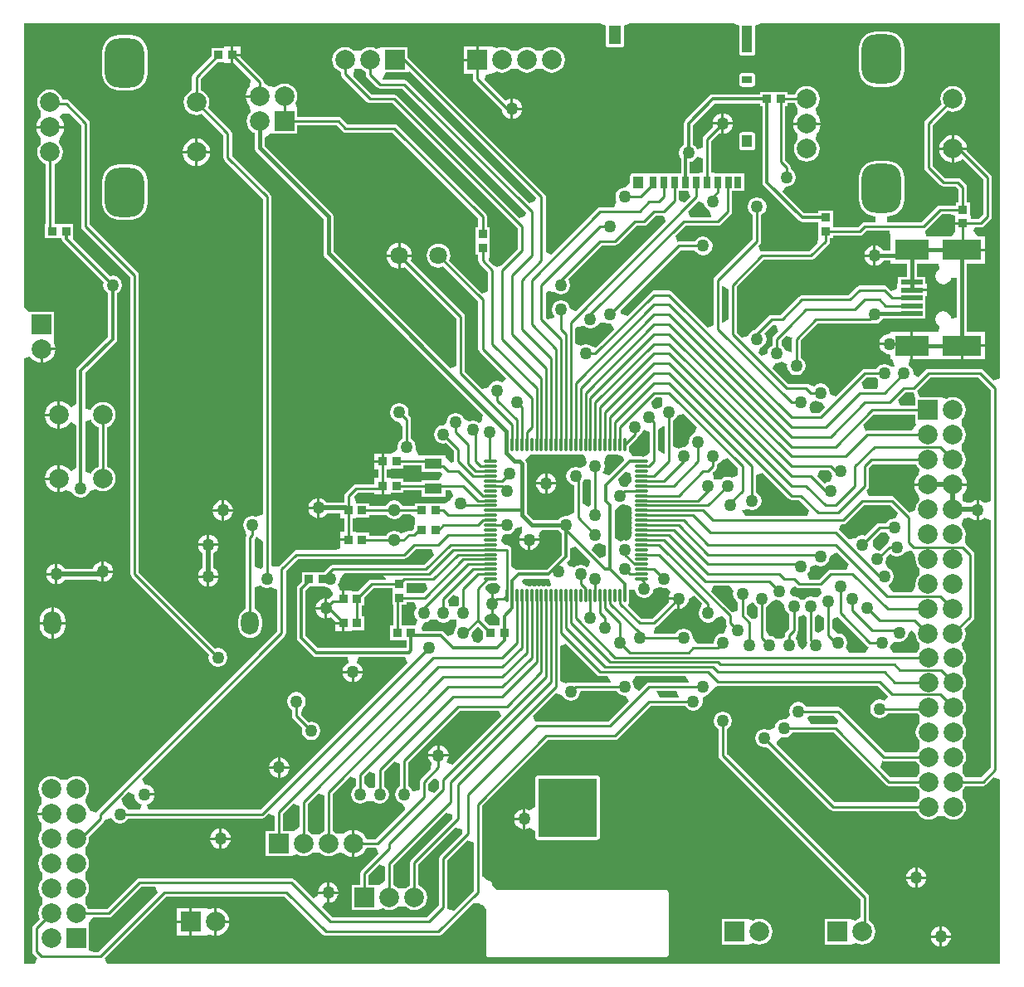
<source format=gtl>
G04 Layer_Physical_Order=1*
G04 Layer_Color=255*
%FSLAX44Y44*%
%MOMM*%
G71*
G01*
G75*
%ADD10R,0.8500X0.8500*%
%ADD11R,1.8000X1.1000*%
%ADD12R,0.8500X0.8500*%
%ADD13R,0.7000X1.2000*%
%ADD14O,1.4000X0.3000*%
%ADD15O,0.3000X1.4000*%
%ADD16R,2.2000X0.5000*%
%ADD17R,3.5000X2.0000*%
%ADD18R,4.0000X2.0000*%
%ADD19C,0.2540*%
%ADD20C,0.3000*%
%ADD21C,0.4000*%
%ADD22C,0.5000*%
%ADD23R,1.0000X1.2000*%
%ADD24R,1.3000X1.9000*%
%ADD25R,1.0000X2.8000*%
%ADD26R,1.0000X0.8000*%
%ADD27R,6.0000X6.0000*%
%ADD28R,2.0000X2.0000*%
%ADD29C,2.0000*%
%ADD30R,2.0000X2.0000*%
%ADD31C,1.3000*%
G04:AMPARAMS|DCode=32|XSize=5mm|YSize=4mm|CornerRadius=1.4mm|HoleSize=0mm|Usage=FLASHONLY|Rotation=270.000|XOffset=0mm|YOffset=0mm|HoleType=Round|Shape=RoundedRectangle|*
%AMROUNDEDRECTD32*
21,1,5.0000,1.2000,0,0,270.0*
21,1,2.2000,4.0000,0,0,270.0*
1,1,2.8000,-0.6000,-1.1000*
1,1,2.8000,-0.6000,1.1000*
1,1,2.8000,0.6000,1.1000*
1,1,2.8000,0.6000,-1.1000*
%
%ADD32ROUNDEDRECTD32*%
%ADD33C,1.8000*%
%ADD34O,1.8000X2.4000*%
%ADD35C,1.2700*%
%ADD36C,0.6000*%
G36*
X245646Y433368D02*
Y406708D01*
X243154Y404881D01*
X237154Y407921D01*
Y435837D01*
X238078Y436762D01*
X239022Y438174D01*
X239646Y438297D01*
X245646Y433368D01*
D02*
G37*
G36*
X538310Y395200D02*
X539801Y388927D01*
X539248Y387939D01*
X538244Y387739D01*
X537500Y387242D01*
X536756Y387739D01*
X535000Y388088D01*
X533244Y387739D01*
X532500Y387242D01*
X531756Y387739D01*
X530000Y388088D01*
X528244Y387739D01*
X527500Y387242D01*
X526756Y387739D01*
X525000Y388088D01*
X523244Y387739D01*
X522500Y387242D01*
X521756Y387739D01*
X520000Y388088D01*
X518244Y387739D01*
X517500Y387242D01*
X516756Y387739D01*
X515000Y388088D01*
X514041Y387897D01*
X511642Y389801D01*
X510938Y390708D01*
X510328Y392923D01*
X511898Y395412D01*
X537500D01*
X537918Y395495D01*
X538310Y395200D01*
D02*
G37*
G36*
X371672Y394646D02*
X371575Y394354D01*
X357000D01*
X355334Y394022D01*
X353922Y393078D01*
X343093Y382250D01*
X336250D01*
Y383250D01*
X329270D01*
Y375000D01*
X326730D01*
Y383250D01*
X325044D01*
X323523Y385557D01*
X322403Y389250D01*
X323807Y391352D01*
X324533Y395000D01*
X329139Y400646D01*
X367332D01*
X371672Y394646D01*
D02*
G37*
G36*
X579608Y413904D02*
X579625Y411729D01*
X577643Y407383D01*
X576079Y407183D01*
X573648Y408807D01*
X570000Y409533D01*
X566352Y408807D01*
X563552Y406937D01*
X559964Y407591D01*
X557393Y408254D01*
X556070Y412081D01*
X558244Y414256D01*
X559239Y415744D01*
X559588Y417500D01*
Y426084D01*
X565131Y428380D01*
X579608Y413904D01*
D02*
G37*
G36*
X881778Y442131D02*
X884896Y437100D01*
X883334Y431522D01*
X881921Y430578D01*
X875316Y423973D01*
X872500Y424533D01*
X868368Y428840D01*
X868235Y434578D01*
X876143Y442486D01*
X881778Y442131D01*
D02*
G37*
G36*
X908334Y423478D02*
X911022Y419682D01*
X911770Y417146D01*
X911488Y415000D01*
X911935Y411606D01*
X913244Y408444D01*
X915176Y405927D01*
X915328Y405663D01*
Y398937D01*
X915176Y398673D01*
X913244Y396156D01*
X911935Y392994D01*
X911488Y389600D01*
X911754Y387580D01*
X909465Y383711D01*
X907356Y381580D01*
X889198D01*
X888009Y382187D01*
X884458Y387531D01*
X885028Y389614D01*
X886741Y390759D01*
X888808Y393852D01*
X889533Y397500D01*
X888808Y401148D01*
X886741Y404241D01*
X883648Y406307D01*
X881308Y411352D01*
X882033Y415000D01*
X881670Y416824D01*
X882115Y417252D01*
X886508Y420259D01*
X888852Y418693D01*
X892500Y417967D01*
X896148Y418693D01*
X899241Y420759D01*
X900386Y422472D01*
X905479Y423991D01*
X907466Y424058D01*
X908334Y423478D01*
D02*
G37*
G36*
X832349Y421494D02*
X843489Y410354D01*
X841004Y404354D01*
X825000D01*
X823334Y404022D01*
X821921Y403078D01*
X813197Y394354D01*
X802954D01*
X801134Y400354D01*
X801741Y400759D01*
X803808Y403852D01*
X804358Y406620D01*
X807606Y408526D01*
X810270Y409416D01*
X811352Y408693D01*
X815000Y407967D01*
X818648Y408693D01*
X821741Y410759D01*
X823808Y413852D01*
X824533Y417500D01*
X829546Y421483D01*
X831635Y421831D01*
X832349Y421494D01*
D02*
G37*
G36*
X445646Y376650D02*
Y368336D01*
X443742Y367063D01*
X442884Y366741D01*
X437116D01*
X436258Y367063D01*
X435406Y367633D01*
X435014Y373857D01*
X440103Y378946D01*
X445646Y376650D01*
D02*
G37*
G36*
X723351Y386684D02*
X725894Y382146D01*
X725467Y380000D01*
X726192Y376352D01*
X728259Y373259D01*
X730646Y371664D01*
Y363794D01*
X728320Y362318D01*
X724646Y361511D01*
X703554Y382603D01*
X705850Y388146D01*
X721982D01*
X723351Y386684D01*
D02*
G37*
G36*
X745867Y370859D02*
X746938Y370237D01*
X748259Y368259D01*
X750646Y366664D01*
Y356294D01*
X748320Y354818D01*
X744646Y354011D01*
X739354Y359303D01*
Y366080D01*
X740237Y367714D01*
X745354Y370996D01*
X745867Y370859D01*
D02*
G37*
G36*
X651352Y386193D02*
X655000Y385467D01*
X657861Y386036D01*
X659810Y384247D01*
X661666Y381141D01*
X660959Y380220D01*
X659916Y377702D01*
X659728Y376270D01*
X670000D01*
Y375000D01*
X671270D01*
Y364728D01*
X672702Y364916D01*
X675220Y365959D01*
X677382Y367618D01*
X679041Y369780D01*
X680084Y372298D01*
X680430Y374928D01*
X680653Y375102D01*
X686134Y377709D01*
X693604Y370239D01*
X693259Y366741D01*
X691192Y363648D01*
X690467Y360000D01*
X691192Y356352D01*
X693259Y353259D01*
X696352Y351193D01*
X700000Y350467D01*
X703648Y351193D01*
X706741Y353259D01*
X708075Y355255D01*
X714503Y356571D01*
X718146Y353615D01*
Y350000D01*
X718478Y348334D01*
X719421Y346922D01*
X717140Y340926D01*
X716408Y340297D01*
X715000Y339533D01*
X711352Y338807D01*
X708259Y336741D01*
X706192Y333648D01*
X705467Y330000D01*
X704936Y329354D01*
X689139D01*
X684533Y335000D01*
X683808Y338648D01*
X681741Y341741D01*
X678648Y343807D01*
X675000Y344533D01*
X671352Y343807D01*
X668259Y341741D01*
X666664Y339354D01*
X644600D01*
X644412Y339646D01*
X644575Y341310D01*
X646666Y345978D01*
X648079Y346922D01*
X666432Y365275D01*
X667298Y364916D01*
X668730Y364728D01*
Y373730D01*
X659728D01*
X659916Y372298D01*
X660275Y371432D01*
X643197Y354354D01*
X631803D01*
X618124Y368033D01*
X618244Y369256D01*
X619239Y370744D01*
X619588Y372500D01*
Y383799D01*
X625588Y384390D01*
X626193Y381352D01*
X628259Y378259D01*
X631352Y376193D01*
X635000Y375467D01*
X638648Y376193D01*
X641741Y378259D01*
X643808Y381352D01*
X644358Y384120D01*
X647606Y386026D01*
X650270Y386916D01*
X651352Y386193D01*
D02*
G37*
G36*
X413946Y385103D02*
X409197Y380354D01*
X392250D01*
Y390646D01*
X411650D01*
X413946Y385103D01*
D02*
G37*
G36*
X485886Y390393D02*
X485905Y390383D01*
X488066Y387767D01*
X486565Y381156D01*
X483392Y379798D01*
X482702Y380084D01*
X481270Y380272D01*
Y370000D01*
Y359728D01*
X481852Y359804D01*
X483876Y358783D01*
X487412Y355373D01*
Y347250D01*
X476907D01*
X471805Y352352D01*
X472152Y356084D01*
X475761Y358772D01*
X478184Y359800D01*
X478730Y359728D01*
Y370000D01*
Y380272D01*
X478255Y380210D01*
X475153Y382590D01*
X473194Y384878D01*
X473241Y387084D01*
X476493Y390336D01*
X478000D01*
X478379Y390412D01*
X483500D01*
X484646Y390640D01*
X485886Y390393D01*
D02*
G37*
G36*
X790042Y386926D02*
X790046Y386922D01*
X791459Y385978D01*
X793125Y385646D01*
X814546D01*
X814969Y385174D01*
X815536Y380914D01*
X811422Y376220D01*
X808648Y376307D01*
X805000Y377033D01*
X801352Y376307D01*
X798259Y374241D01*
X794241D01*
X791148Y376307D01*
X787500Y377033D01*
X786646Y376863D01*
X783270Y380239D01*
X784196Y384519D01*
X786759Y386912D01*
X788971Y387337D01*
X790042Y386926D01*
D02*
G37*
G36*
X369270Y481750D02*
X376250D01*
Y482750D01*
X389250D01*
Y485646D01*
X407998D01*
Y479002D01*
X431998D01*
Y485646D01*
X437775D01*
X439771Y480734D01*
X439938Y479646D01*
X438458Y477719D01*
X437416Y475201D01*
X431770Y471916D01*
X431146Y471847D01*
X429250Y472250D01*
Y472250D01*
X400750D01*
Y469854D01*
X388517D01*
X386849Y472349D01*
X383707Y474449D01*
X380000Y475186D01*
X376293Y474449D01*
X373151Y472349D01*
X371149Y469354D01*
X354250D01*
Y472250D01*
X341250D01*
Y473250D01*
X341104D01*
X339118Y478673D01*
X342855Y483146D01*
X359750D01*
Y481750D01*
X366730D01*
Y490000D01*
X369270D01*
Y481750D01*
D02*
G37*
G36*
X988146Y588197D02*
Y474725D01*
X983238Y472730D01*
X982146Y472562D01*
X980220Y474041D01*
X977702Y475084D01*
X976270Y475272D01*
Y465000D01*
Y454728D01*
X977702Y454916D01*
X980220Y455959D01*
X982146Y457438D01*
X983238Y457270D01*
X988146Y455275D01*
Y201803D01*
X978697Y192354D01*
X962668D01*
X961756Y194556D01*
X959824Y197073D01*
X959672Y197337D01*
Y204063D01*
X959824Y204327D01*
X961756Y206844D01*
X963065Y210006D01*
X963512Y213400D01*
X963065Y216794D01*
X961756Y219956D01*
X959824Y222473D01*
X959672Y222737D01*
Y229463D01*
X959824Y229727D01*
X961756Y232244D01*
X963065Y235406D01*
X963512Y238800D01*
X963065Y242194D01*
X961756Y245356D01*
X959824Y247873D01*
X959672Y248137D01*
Y254863D01*
X959824Y255127D01*
X961756Y257644D01*
X963065Y260806D01*
X963512Y264200D01*
X963065Y267594D01*
X961756Y270756D01*
X959824Y273273D01*
X959672Y273537D01*
Y280263D01*
X959824Y280527D01*
X961756Y283044D01*
X963065Y286206D01*
X963512Y289600D01*
X963065Y292994D01*
X961756Y296156D01*
X959824Y298673D01*
X959672Y298937D01*
Y305663D01*
X959824Y305927D01*
X961756Y308444D01*
X963065Y311606D01*
X963512Y315000D01*
X963065Y318394D01*
X961756Y321556D01*
X959672Y324272D01*
X959275Y329485D01*
X960292Y330858D01*
X961356Y332244D01*
X962665Y335406D01*
X963112Y338800D01*
X962665Y342194D01*
X961753Y344396D01*
X970579Y353222D01*
X971522Y354634D01*
X971854Y356300D01*
Y420000D01*
X971522Y421666D01*
X970579Y423078D01*
X963079Y430578D01*
X961901Y432810D01*
X962665Y437006D01*
X963112Y440400D01*
X962665Y443794D01*
X961356Y446956D01*
X960022Y448694D01*
X959297Y449888D01*
X959904Y455117D01*
X960406Y456364D01*
X960897Y457004D01*
X961028Y457076D01*
X966878Y457557D01*
X968104Y457245D01*
X969780Y455959D01*
X972298Y454916D01*
X973730Y454728D01*
Y465000D01*
Y475272D01*
X972298Y475084D01*
X969780Y474041D01*
X968374Y472962D01*
X964954Y472905D01*
X961704Y473544D01*
X959985Y475785D01*
Y481215D01*
X962229Y484140D01*
X963640Y487545D01*
X963954Y489930D01*
X950000D01*
Y492470D01*
X963954D01*
X963640Y494855D01*
X962229Y498260D01*
X960406Y500636D01*
X959904Y501883D01*
X959297Y507112D01*
X960022Y508307D01*
X961356Y510044D01*
X962665Y513206D01*
X963112Y516600D01*
X962665Y519994D01*
X961356Y523156D01*
X959424Y525673D01*
X959272Y525937D01*
Y532663D01*
X959424Y532927D01*
X961356Y535444D01*
X962665Y538606D01*
X963112Y542000D01*
X962665Y545394D01*
X961356Y548556D01*
X959424Y551073D01*
X959272Y551337D01*
Y558063D01*
X959424Y558327D01*
X961356Y560844D01*
X962665Y564006D01*
X963112Y567400D01*
X962665Y570794D01*
X961356Y573956D01*
X959272Y576672D01*
X956556Y578755D01*
X953394Y580065D01*
X950000Y580512D01*
X946606Y580065D01*
X943444Y578755D01*
X937600Y580400D01*
Y580400D01*
X916570D01*
X915738Y581482D01*
X913079Y586922D01*
X926803Y600646D01*
X975697D01*
X988146Y588197D01*
D02*
G37*
G36*
X579910Y496277D02*
X580527Y495924D01*
X580646Y495716D01*
Y471013D01*
X577854Y468909D01*
X571854Y471900D01*
Y493428D01*
X573807Y496352D01*
X579910Y496277D01*
D02*
G37*
G36*
X617152Y504484D02*
X620720Y502579D01*
X622261Y496756D01*
X621912Y495000D01*
X618879Y490394D01*
X617645Y489354D01*
X615000D01*
X613334Y489022D01*
X610276Y490534D01*
X608559Y497070D01*
X616203Y504715D01*
X617152Y504484D01*
D02*
G37*
G36*
X730646Y508197D02*
Y500874D01*
X724646Y498141D01*
X723648Y498807D01*
X720000Y499533D01*
X716352Y498807D01*
X713259Y496741D01*
X706741D01*
X706425Y496952D01*
X706059Y497496D01*
X705316Y503910D01*
X705436Y504280D01*
X708079Y506922D01*
X709022Y508334D01*
X709354Y510000D01*
Y511664D01*
X711741Y513259D01*
X713808Y516352D01*
X713840Y516517D01*
X720351Y518492D01*
X730646Y508197D01*
D02*
G37*
G36*
X407998Y504002D02*
X426666D01*
X428544Y502634D01*
X428928Y502001D01*
X425557Y496002D01*
X407998D01*
Y494354D01*
X389250D01*
Y497250D01*
X376250D01*
Y498250D01*
X372354D01*
Y506750D01*
X376250D01*
Y507750D01*
X389250D01*
Y510646D01*
X407998D01*
Y504002D01*
D02*
G37*
G36*
X825870Y502973D02*
X826192Y501352D01*
X826916Y500270D01*
X826026Y497606D01*
X824120Y494358D01*
X821352Y493807D01*
X818953Y492204D01*
X811511Y499646D01*
X813996Y505646D01*
X823197D01*
X825870Y502973D01*
D02*
G37*
G36*
X510550Y442713D02*
X510118Y442382D01*
X508459Y440220D01*
X507416Y437702D01*
X507228Y436270D01*
X527772D01*
X527584Y437702D01*
X527086Y438902D01*
X528840Y442932D01*
X530511Y444902D01*
X547161D01*
X548259Y443259D01*
X550412Y441820D01*
Y419400D01*
X535600Y404588D01*
X506500D01*
X505354Y404360D01*
X504114Y404607D01*
X499354Y407382D01*
Y425000D01*
X499022Y426666D01*
X498078Y428078D01*
X498078D01*
X496666Y429022D01*
X495000Y429354D01*
X492653D01*
X489152Y434027D01*
X491076Y439671D01*
X493297Y440621D01*
X493877Y440690D01*
X495000Y440467D01*
X498648Y441193D01*
X501741Y443259D01*
X503807Y446352D01*
X510361Y448687D01*
X510550Y442713D01*
D02*
G37*
G36*
X620620Y469525D02*
X622261Y466756D01*
X621912Y465000D01*
X622261Y463244D01*
X622758Y462500D01*
X622261Y461756D01*
X621912Y460000D01*
X622261Y458244D01*
X622758Y457500D01*
X622261Y456756D01*
X621912Y455000D01*
X622261Y453244D01*
X622758Y452500D01*
X622261Y451756D01*
X621912Y450000D01*
X622261Y448244D01*
X622758Y447500D01*
X622261Y446756D01*
X621912Y445000D01*
X622261Y443244D01*
X622758Y442500D01*
X622261Y441756D01*
X621912Y440000D01*
X622177Y438666D01*
X620127Y435843D01*
X616703Y434379D01*
X616123Y434310D01*
X615000Y434533D01*
X611352Y433807D01*
X610588Y433297D01*
X604588Y436225D01*
Y465704D01*
X610000Y470467D01*
X613648Y471193D01*
X613738Y471253D01*
X620620Y469525D01*
D02*
G37*
G36*
X595412Y428775D02*
Y418916D01*
X589869Y416620D01*
X581429Y425060D01*
X584385Y430589D01*
X585000Y430467D01*
X588648Y431193D01*
X589412Y431703D01*
X595412Y428775D01*
D02*
G37*
G36*
X400750Y457750D02*
X400750Y452250D01*
X400285Y446442D01*
X398197Y444354D01*
X395000D01*
X393334Y444022D01*
X392605Y443535D01*
X386849Y441349D01*
X383707Y443449D01*
X380000Y444186D01*
X376293Y443449D01*
X373151Y441349D01*
X371818Y439354D01*
X354250D01*
Y442250D01*
X341250D01*
Y443250D01*
X337354D01*
Y456750D01*
X341250D01*
Y457750D01*
X354250D01*
Y460646D01*
X371818D01*
X373151Y458651D01*
X376293Y456551D01*
X380000Y455814D01*
X383707Y456551D01*
X386849Y458651D01*
X388517Y461146D01*
X396157D01*
X400750Y457750D01*
D02*
G37*
G36*
X781921Y476922D02*
X783334Y475978D01*
X785000Y475646D01*
X793197D01*
X803489Y465354D01*
X801004Y459354D01*
X737826D01*
X734350Y464966D01*
X741011Y466420D01*
X741352Y466193D01*
X745000Y465467D01*
X748648Y466193D01*
X751741Y468259D01*
X753808Y471352D01*
X754533Y475000D01*
X753808Y478648D01*
X751741Y481741D01*
X749354Y483336D01*
Y501004D01*
X755354Y503489D01*
X781921Y476922D01*
D02*
G37*
G36*
X913244Y510044D02*
X914578Y508307D01*
X915303Y507112D01*
X914696Y501883D01*
X914194Y500636D01*
X912371Y498260D01*
X910960Y494855D01*
X910646Y492470D01*
X924600D01*
Y489930D01*
X910646D01*
X910960Y487545D01*
X912371Y484140D01*
X914194Y481764D01*
X914696Y480517D01*
X915303Y475288D01*
X914578Y474094D01*
X913244Y472356D01*
X911935Y469194D01*
X911488Y465800D01*
X911510Y465632D01*
X905827Y462830D01*
X890579Y478078D01*
X889166Y479022D01*
X887500Y479354D01*
X863996D01*
X861511Y485354D01*
X863079Y486922D01*
X864022Y488334D01*
X864354Y490000D01*
Y508197D01*
X868403Y512246D01*
X912332D01*
X913244Y510044D01*
D02*
G37*
G36*
X893985Y462358D02*
X891029Y456828D01*
X890000Y457033D01*
X886352Y456307D01*
X883259Y454241D01*
X881664Y451854D01*
X875000D01*
X873334Y451522D01*
X871921Y450578D01*
X860316Y438973D01*
X857500Y439533D01*
X853852Y438807D01*
X850759Y436741D01*
X850616Y436526D01*
X843367Y435290D01*
X834011Y444646D01*
X834818Y448320D01*
X836294Y450646D01*
X837500D01*
X839166Y450978D01*
X840579Y451922D01*
X859303Y470646D01*
X885697D01*
X893985Y462358D01*
D02*
G37*
G36*
X443259Y346741D02*
X441193Y343648D01*
X440467Y340000D01*
X440589Y339385D01*
X435060Y336429D01*
X430744Y340744D01*
X429256Y341739D01*
X427500Y342088D01*
X408877D01*
X407718Y344803D01*
X408437Y346587D01*
X411505Y350766D01*
X413648Y351193D01*
X416741Y353259D01*
X423259D01*
X426352Y351193D01*
X430000Y350467D01*
X433648Y351193D01*
X436741Y353259D01*
X443259D01*
Y346741D01*
D02*
G37*
G36*
X422006Y190691D02*
X425646Y188504D01*
Y181803D01*
X420354Y176511D01*
X414354Y178996D01*
Y185697D01*
X419773Y191116D01*
X422006Y190691D01*
D02*
G37*
G36*
X385646Y206004D02*
Y183336D01*
X383259Y181741D01*
X381193Y178648D01*
X380467Y175000D01*
X381193Y171352D01*
X383259Y168259D01*
X386352Y166192D01*
X388603Y165745D01*
X390614Y161753D01*
X390966Y159623D01*
X360697Y129354D01*
X351450D01*
X350329Y132060D01*
X348085Y134985D01*
X345160Y137229D01*
X341755Y138640D01*
X339370Y138954D01*
Y125000D01*
Y111046D01*
X341755Y111360D01*
X345160Y112771D01*
X348085Y115015D01*
X350329Y117940D01*
X351450Y120646D01*
X361004D01*
X363191Y117006D01*
X363616Y114773D01*
X346521Y97678D01*
X345578Y96266D01*
X345246Y94600D01*
Y83000D01*
X336600D01*
Y57000D01*
X362600D01*
X362600Y57000D01*
X368444Y58644D01*
X371606Y57335D01*
X375000Y56888D01*
X378394Y57335D01*
X381556Y58644D01*
X384073Y60576D01*
X384337Y60728D01*
X391063D01*
X391327Y60576D01*
X393844Y58644D01*
X397006Y57335D01*
X400400Y56888D01*
X403794Y57335D01*
X406956Y58644D01*
X409672Y60728D01*
X411755Y63444D01*
X413065Y66606D01*
X413512Y70000D01*
X413065Y73394D01*
X411755Y76556D01*
X409672Y79272D01*
X406956Y81355D01*
X404754Y82268D01*
Y103597D01*
X442609Y141452D01*
X448825Y139183D01*
X449304Y135461D01*
X426922Y113078D01*
X425978Y111666D01*
X425646Y110000D01*
Y61803D01*
X413197Y49354D01*
X316803D01*
X306276Y59881D01*
X309675Y64967D01*
X309798Y64916D01*
X311230Y64728D01*
Y73730D01*
X302228D01*
X302416Y72298D01*
X302467Y72175D01*
X297381Y68776D01*
X278078Y88078D01*
X276666Y89022D01*
X275000Y89354D01*
X120000D01*
X118334Y89022D01*
X116922Y88078D01*
X86997Y58154D01*
X67668D01*
X66755Y60356D01*
X64824Y62873D01*
X64672Y63137D01*
Y69863D01*
X64824Y70127D01*
X66755Y72644D01*
X68065Y75806D01*
X68512Y79200D01*
X68065Y82594D01*
X66755Y85756D01*
X64824Y88273D01*
X64672Y88537D01*
Y95263D01*
X64824Y95527D01*
X66755Y98044D01*
X68065Y101206D01*
X68512Y104600D01*
X68065Y107994D01*
X66755Y111156D01*
X64824Y113673D01*
X64672Y113937D01*
Y120663D01*
X64824Y120927D01*
X66755Y123444D01*
X68065Y126606D01*
X68512Y130000D01*
X68238Y132081D01*
X83078Y146922D01*
X84022Y148334D01*
X85776Y149480D01*
X91193Y151352D01*
X93259Y148259D01*
X96352Y146193D01*
X100000Y145467D01*
X103648Y146193D01*
X106741Y148259D01*
X108336Y150646D01*
X245000D01*
X246666Y150978D01*
X248078Y151922D01*
X251546Y155389D01*
X257546Y152904D01*
Y138000D01*
X248900D01*
Y112000D01*
X274900D01*
X274900Y112000D01*
X280744Y113645D01*
X283906Y112335D01*
X287300Y111888D01*
X290694Y112335D01*
X293856Y113645D01*
X296373Y115576D01*
X296637Y115728D01*
X303363D01*
X303627Y115576D01*
X306144Y113645D01*
X309306Y112335D01*
X312700Y111888D01*
X316094Y112335D01*
X319256Y113645D01*
X320937Y114935D01*
X325740Y115291D01*
X328115Y115015D01*
X331040Y112771D01*
X334445Y111360D01*
X336830Y111046D01*
Y125000D01*
Y138954D01*
X334445Y138640D01*
X331040Y137229D01*
X328115Y134985D01*
X325740Y134709D01*
X320937Y135065D01*
X319256Y136355D01*
X317054Y137268D01*
Y175897D01*
X334646Y193489D01*
X340646Y191004D01*
Y183336D01*
X338259Y181741D01*
X336193Y178648D01*
X335467Y175000D01*
X336193Y171352D01*
X338259Y168259D01*
X341352Y166192D01*
X345000Y165467D01*
X348648Y166192D01*
X351741Y168259D01*
X358259D01*
X361352Y166192D01*
X365000Y165467D01*
X368648Y166192D01*
X371741Y168259D01*
X373807Y171352D01*
X374533Y175000D01*
X373807Y178648D01*
X371741Y181741D01*
X369354Y183336D01*
Y198197D01*
X379646Y208489D01*
X385646Y206004D01*
D02*
G37*
G36*
X420489Y419646D02*
X410197Y409354D01*
X317000D01*
X315334Y409022D01*
X313922Y408078D01*
X308093Y402250D01*
X285750D01*
Y392239D01*
X281756Y388244D01*
X280761Y386756D01*
X280412Y385000D01*
Y335000D01*
X280761Y333244D01*
X281756Y331756D01*
X296756Y316756D01*
X298244Y315761D01*
X300000Y315412D01*
X331983D01*
X333176Y309412D01*
X332280Y309041D01*
X330118Y307382D01*
X328459Y305220D01*
X327416Y302702D01*
X327228Y301270D01*
X347772D01*
X347584Y302702D01*
X346541Y305220D01*
X344882Y307382D01*
X342720Y309041D01*
X341824Y309412D01*
X343017Y315412D01*
X390770D01*
X393255Y309412D01*
X243197Y159354D01*
X129153D01*
X127702Y164916D01*
X130220Y165959D01*
X132382Y167618D01*
X134041Y169780D01*
X135084Y172298D01*
X135272Y173730D01*
X125000D01*
Y176270D01*
X135272D01*
X135084Y177702D01*
X134041Y180220D01*
X132382Y182382D01*
X130220Y184041D01*
X127702Y185084D01*
X125072Y185430D01*
X124898Y185653D01*
X122291Y191134D01*
X268078Y336922D01*
X269022Y338334D01*
X269354Y340000D01*
Y403197D01*
X281803Y415646D01*
X390000D01*
X391666Y415978D01*
X393078Y416922D01*
X401803Y425646D01*
X418004D01*
X420489Y419646D01*
D02*
G37*
G36*
X360646Y196004D02*
Y183336D01*
X358742Y182064D01*
X357884Y181741D01*
X354693D01*
X349354Y186597D01*
Y193197D01*
X354646Y198489D01*
X360646Y196004D01*
D02*
G37*
G36*
X881422Y184921D02*
X882834Y183978D01*
X884500Y183646D01*
X912732D01*
X913644Y181444D01*
X915576Y178927D01*
X915728Y178663D01*
Y171937D01*
X915576Y171673D01*
X913644Y169156D01*
X912732Y166954D01*
X829203D01*
X769734Y226423D01*
X769876Y229133D01*
X770943Y230356D01*
X775466Y233372D01*
X777500Y232967D01*
X781148Y233692D01*
X784241Y235759D01*
X785836Y238146D01*
X828197D01*
X881422Y184921D01*
D02*
G37*
G36*
X488946Y255103D02*
X439221Y205378D01*
X438919Y205335D01*
X433174Y207816D01*
X433200Y208685D01*
X434041Y209780D01*
X435084Y212298D01*
X435272Y213730D01*
X414728D01*
X414916Y212298D01*
X415959Y209780D01*
X417618Y207618D01*
X417251Y201030D01*
X417122Y200779D01*
X406922Y190578D01*
X405978Y189166D01*
X405646Y187500D01*
Y180071D01*
X405546Y179834D01*
X404783Y179364D01*
X398807Y178648D01*
X396741Y181741D01*
X394354Y183336D01*
Y208197D01*
X446803Y260646D01*
X486650D01*
X488946Y255103D01*
D02*
G37*
G36*
X879100Y209046D02*
X912732D01*
X913644Y206844D01*
X915576Y204327D01*
X915728Y204063D01*
Y197337D01*
X915576Y197073D01*
X913644Y194556D01*
X912732Y192354D01*
X886303D01*
X875657Y203000D01*
X877486Y209032D01*
X877847Y209296D01*
X879100Y209046D01*
D02*
G37*
G36*
X438825Y154183D02*
X439304Y150461D01*
X397322Y108478D01*
X396378Y107066D01*
X396046Y105400D01*
Y82268D01*
X393844Y81355D01*
X391327Y79424D01*
X391063Y79272D01*
X384337D01*
X384073Y79424D01*
X381556Y81355D01*
X379354Y82268D01*
Y103197D01*
X432609Y156452D01*
X438825Y154183D01*
D02*
G37*
G36*
X460646Y126004D02*
Y76803D01*
X440400Y56557D01*
X434368Y58386D01*
X434104Y58747D01*
X434354Y60000D01*
Y108197D01*
X454646Y128489D01*
X460646Y126004D01*
D02*
G37*
G36*
X138489Y74646D02*
X78197Y14354D01*
X73967D01*
X68400Y15400D01*
Y41400D01*
X68400Y41400D01*
X67824Y43446D01*
X72077Y49446D01*
X88800D01*
X90466Y49778D01*
X91878Y50722D01*
X121803Y80646D01*
X136004D01*
X138489Y74646D01*
D02*
G37*
G36*
X370646Y101004D02*
Y86677D01*
X364646Y82424D01*
X362600Y83000D01*
Y83000D01*
X353954D01*
Y92797D01*
X364646Y103489D01*
X370646Y101004D01*
D02*
G37*
G36*
X114347Y175102D02*
X114570Y174928D01*
X114916Y172298D01*
X115959Y169780D01*
X117618Y167618D01*
X119780Y165959D01*
X122298Y164916D01*
X120847Y159354D01*
X108336D01*
X106741Y161741D01*
X103648Y163808D01*
X103483Y163840D01*
X101508Y170351D01*
X108865Y177709D01*
X114347Y175102D01*
D02*
G37*
G36*
X282946Y163304D02*
Y141677D01*
X276946Y137424D01*
X274900Y138000D01*
Y138000D01*
X266254D01*
Y155097D01*
X276946Y165789D01*
X282946Y163304D01*
D02*
G37*
G36*
X308346Y173704D02*
Y137268D01*
X306144Y136355D01*
X303627Y134424D01*
X303363Y134272D01*
X296637D01*
X296373Y134424D01*
X293856Y136355D01*
X291654Y137268D01*
Y165497D01*
X302346Y176189D01*
X308346Y173704D01*
D02*
G37*
G36*
X470750Y341093D02*
Y334077D01*
X465797Y330222D01*
X461404Y330998D01*
X459121Y335705D01*
X458834Y336484D01*
X459533Y340000D01*
X459305Y341148D01*
X465000Y346843D01*
X470750Y341093D01*
D02*
G37*
G36*
X311352Y386193D02*
X313786Y385708D01*
X317083Y380351D01*
X316763Y379370D01*
X312702Y375084D01*
X311270Y375272D01*
Y365000D01*
Y354728D01*
X312702Y354916D01*
X315220Y355959D01*
X315595Y356248D01*
X319750Y352093D01*
Y351270D01*
X328000D01*
Y350000D01*
X329270D01*
Y341750D01*
X336250D01*
Y342750D01*
X349250D01*
Y357250D01*
X346354D01*
Y367750D01*
X349250D01*
Y376093D01*
X358803Y385646D01*
X377750D01*
Y382750D01*
Y368750D01*
X378646D01*
Y347249D01*
X375749D01*
Y332749D01*
X392411D01*
Y324588D01*
X301901D01*
X289588Y336900D01*
Y383100D01*
X294239Y387750D01*
X309021D01*
X311352Y386193D01*
D02*
G37*
G36*
X800646Y355748D02*
Y332500D01*
X800978Y330834D01*
X801095Y330658D01*
X800467Y327500D01*
X796250Y323205D01*
X792033Y327500D01*
X791308Y331148D01*
X789241Y334241D01*
X791106Y340211D01*
X791522Y340834D01*
X791854Y342500D01*
Y355772D01*
X797854Y358369D01*
X800646Y355748D01*
D02*
G37*
G36*
X911488Y338800D02*
X911935Y335406D01*
X913244Y332244D01*
X915328Y329528D01*
X915725Y324315D01*
X914708Y322942D01*
X913644Y321556D01*
X912732Y319354D01*
X888374D01*
X885640Y325354D01*
X886308Y326352D01*
X886482Y327230D01*
X890547Y330538D01*
X892862Y330892D01*
X895000Y330467D01*
X898648Y331193D01*
X901741Y333259D01*
X903808Y336352D01*
X904533Y340000D01*
X907615Y342442D01*
X911488Y338800D01*
D02*
G37*
G36*
X401263Y369630D02*
X402528Y365646D01*
X401193Y363648D01*
X400467Y360000D01*
X401193Y356352D01*
X403259Y353259D01*
X403274Y353249D01*
X401454Y347249D01*
X387353D01*
Y368750D01*
X392250D01*
Y371646D01*
X399870D01*
X401263Y369630D01*
D02*
G37*
G36*
X818146Y355602D02*
Y343561D01*
X812450Y339784D01*
X809354Y341420D01*
Y356527D01*
X812146Y358611D01*
X818146Y355602D01*
D02*
G37*
G36*
X772500Y372967D02*
X773354Y373137D01*
X778137Y368354D01*
X777967Y367500D01*
X778692Y363852D01*
X780759Y360759D01*
X783146Y359164D01*
Y344303D01*
X779421Y340578D01*
X778478Y339166D01*
X778146Y337500D01*
Y335836D01*
X776242Y334563D01*
X775384Y334241D01*
X769241D01*
X766148Y336307D01*
X762500Y337033D01*
X759354Y342525D01*
Y366664D01*
X761741Y368259D01*
X763808Y371352D01*
X768852Y373693D01*
X772500Y372967D01*
D02*
G37*
G36*
X883685Y275158D02*
X879860Y270498D01*
X878648Y271308D01*
X875000Y272033D01*
X871352Y271308D01*
X868259Y269241D01*
X866192Y266148D01*
X865467Y262500D01*
X866192Y258852D01*
X868259Y255759D01*
X871352Y253692D01*
X875000Y252967D01*
X878648Y253692D01*
X881741Y255759D01*
X883336Y258146D01*
X913436D01*
X913644Y257644D01*
X915576Y255127D01*
X915728Y254863D01*
Y248137D01*
X915576Y247873D01*
X913644Y245356D01*
X912335Y242194D01*
X911888Y238800D01*
X912335Y235406D01*
X913644Y232244D01*
X915576Y229727D01*
X915728Y229463D01*
Y222737D01*
X915576Y222473D01*
X913644Y219956D01*
X912732Y217754D01*
X880903D01*
X835579Y263078D01*
X834166Y264022D01*
X832500Y264354D01*
X800836D01*
X799241Y266741D01*
X796148Y268808D01*
X792500Y269533D01*
X788852Y268808D01*
X785759Y266741D01*
X783692Y263648D01*
X782967Y260000D01*
X783671Y256458D01*
X783269Y255637D01*
X779647Y251606D01*
X777500Y252033D01*
X773852Y251308D01*
X770759Y249241D01*
X768692Y246148D01*
X768142Y243380D01*
X764894Y241474D01*
X762230Y240585D01*
X761148Y241308D01*
X757500Y242033D01*
X753852Y241308D01*
X750759Y239241D01*
X748692Y236148D01*
X747967Y232500D01*
X748692Y228852D01*
X750759Y225759D01*
X753852Y223692D01*
X757500Y222967D01*
X760316Y223527D01*
X824322Y159522D01*
X825734Y158578D01*
X827400Y158246D01*
X912732D01*
X913644Y156044D01*
X915728Y153328D01*
X918444Y151244D01*
X921606Y149935D01*
X925000Y149488D01*
X928394Y149935D01*
X931556Y151244D01*
X934073Y153176D01*
X934337Y153328D01*
X941063D01*
X941327Y153176D01*
X943844Y151244D01*
X947006Y149935D01*
X950400Y149488D01*
X953794Y149935D01*
X956956Y151244D01*
X959672Y153328D01*
X961756Y156044D01*
X963065Y159206D01*
X963512Y162600D01*
X963065Y165994D01*
X961756Y169156D01*
X959824Y171673D01*
X959672Y171937D01*
Y178663D01*
X959824Y178927D01*
X961756Y181444D01*
X962668Y183646D01*
X980500D01*
X982166Y183978D01*
X983578Y184921D01*
X991500Y192843D01*
X997500Y190358D01*
Y2500D01*
X86889D01*
X84657Y8500D01*
X146803Y70646D01*
X268197D01*
X306922Y31922D01*
X308334Y30978D01*
X310000Y30646D01*
X425000D01*
X426666Y30978D01*
X428078Y31922D01*
X459858Y63701D01*
X460228Y63827D01*
X466395Y63895D01*
X466395D01*
X468049Y62790D01*
X468049Y62790D01*
X468378Y62725D01*
X470000Y62402D01*
X473591Y57219D01*
Y11650D01*
X473824Y10480D01*
X474487Y9487D01*
X475480Y8824D01*
X476650Y8591D01*
X656650D01*
X657821Y8824D01*
X658813Y9487D01*
X659476Y10480D01*
X659709Y11650D01*
Y74650D01*
X659476Y75820D01*
X658813Y76813D01*
X657821Y77476D01*
X656650Y77709D01*
X484797D01*
X484147Y78071D01*
X480098Y82500D01*
X479710Y84451D01*
X478791Y85826D01*
X478605Y86105D01*
X476951Y87210D01*
X475000Y87598D01*
X470254Y90800D01*
X469354Y91957D01*
Y163197D01*
X536803Y230646D01*
X605000D01*
X606666Y230978D01*
X608078Y231922D01*
X641803Y265646D01*
X676664D01*
X678259Y263259D01*
X681352Y261192D01*
X685000Y260467D01*
X688648Y261192D01*
X691741Y263259D01*
X693808Y266352D01*
X694533Y270000D01*
X694893Y274219D01*
X698648Y276192D01*
X701741Y278259D01*
X703808Y281352D01*
X703884Y281735D01*
X707677Y285352D01*
X710314Y285646D01*
X873197D01*
X883685Y275158D01*
D02*
G37*
G36*
X608259Y278259D02*
X611352Y276192D01*
X615000Y275467D01*
X616029Y275672D01*
X618985Y270142D01*
X598197Y249354D01*
X525000D01*
X523747Y249104D01*
X523386Y249368D01*
X521558Y255401D01*
X544649Y278492D01*
X551160Y276517D01*
X551193Y276352D01*
X553259Y273259D01*
X556352Y271192D01*
X560000Y270467D01*
X563648Y271192D01*
X566741Y273259D01*
X568807Y276352D01*
X569533Y280000D01*
X570064Y280646D01*
X606664D01*
X608259Y278259D01*
D02*
G37*
G36*
X832709Y250480D02*
X831614Y246868D01*
X831254Y246604D01*
X830000Y246854D01*
X804400D01*
X801409Y252854D01*
X803513Y255646D01*
X828526D01*
X832709Y250480D01*
D02*
G37*
G36*
X670588Y274646D02*
X670400Y274354D01*
X650895D01*
X647688Y280354D01*
X647884Y280646D01*
X667314D01*
X670588Y274646D01*
D02*
G37*
G36*
X861921Y326922D02*
X863334Y325978D01*
X863757Y325354D01*
X860578Y319354D01*
X843374D01*
X840641Y325354D01*
X841308Y326352D01*
X842033Y330000D01*
X841308Y333648D01*
X839241Y336741D01*
X836148Y338807D01*
X832500Y339533D01*
X826854Y344139D01*
Y353706D01*
X829180Y355182D01*
X832854Y355989D01*
X861921Y326922D01*
D02*
G37*
G36*
X586922Y296922D02*
X588334Y295978D01*
X590000Y295646D01*
X597313D01*
X600588Y289646D01*
X600400Y289354D01*
X565000D01*
X563334Y289022D01*
X563158Y288905D01*
X560000Y289533D01*
X556352Y288808D01*
X555354Y288141D01*
X549354Y290874D01*
Y326650D01*
X554897Y328946D01*
X586922Y296922D01*
D02*
G37*
G36*
X680588Y289646D02*
X680400Y289354D01*
X640000D01*
X638334Y289022D01*
X636922Y288078D01*
X629858Y281015D01*
X624328Y283971D01*
X624533Y285000D01*
X623807Y288648D01*
X623140Y289646D01*
X625874Y295646D01*
X677314D01*
X680588Y289646D01*
D02*
G37*
G36*
X596352Y656192D02*
X600000Y655467D01*
X601029Y655672D01*
X603985Y650142D01*
X585239Y631396D01*
X581741Y631741D01*
X578648Y633807D01*
X575000Y634533D01*
X571352Y633807D01*
X570354Y633140D01*
X564354Y635874D01*
Y650926D01*
X567032Y652818D01*
X573259Y653259D01*
X576352Y651192D01*
X580000Y650467D01*
X583648Y651192D01*
X586741Y653259D01*
X588062Y655237D01*
X590259Y656514D01*
X595065Y657053D01*
X596352Y656192D01*
D02*
G37*
G36*
X785632Y641614D02*
X785896Y641253D01*
X785646Y640000D01*
Y626464D01*
X785391Y626308D01*
X778808Y628648D01*
X776741Y631741D01*
X775406Y632633D01*
X775014Y638857D01*
X779600Y643443D01*
X785632Y641614D01*
D02*
G37*
G36*
X655705Y763269D02*
X656712Y759870D01*
X565355Y668512D01*
X562384Y669271D01*
X559338Y670980D01*
X558807Y673648D01*
X556741Y676741D01*
X553648Y678808D01*
X550000Y679533D01*
X546352Y678808D01*
X543259Y676741D01*
X541193Y673648D01*
X540467Y670000D01*
X541193Y666352D01*
X542947Y663726D01*
X543173Y662809D01*
X542959Y661683D01*
X536472Y659685D01*
X534354Y661803D01*
Y687312D01*
X536088Y688598D01*
X543259Y688259D01*
X546352Y686192D01*
X550000Y685467D01*
X553648Y686192D01*
X556741Y688259D01*
X558807Y691352D01*
X559533Y695000D01*
X558807Y698648D01*
X557204Y701047D01*
X591803Y735646D01*
X605000D01*
X606666Y735978D01*
X608078Y736921D01*
X626803Y755646D01*
X635000D01*
X636666Y755978D01*
X638078Y756921D01*
X646803Y765646D01*
X654004D01*
X655705Y763269D01*
D02*
G37*
G36*
X720646Y690405D02*
Y660249D01*
X714646Y657042D01*
X714354Y657238D01*
Y693717D01*
X714646Y693885D01*
X720646Y690405D01*
D02*
G37*
G36*
X769183Y653825D02*
X771452Y647609D01*
X766921Y643079D01*
X765978Y641666D01*
X765646Y640000D01*
Y633336D01*
X763259Y631741D01*
X761192Y628648D01*
X760533Y625332D01*
X759066Y624473D01*
X754775Y622860D01*
X751833Y625721D01*
X753483Y631160D01*
X753648Y631193D01*
X756741Y633259D01*
X758808Y636352D01*
X759533Y640000D01*
X758808Y643648D01*
X757204Y646047D01*
X765461Y654304D01*
X769183Y653825D01*
D02*
G37*
G36*
X652627Y580222D02*
X653600Y578911D01*
X653258Y571740D01*
X652486Y570585D01*
X651577Y570015D01*
X646455Y568959D01*
X645220Y569041D01*
X644133Y569491D01*
X642481Y573806D01*
X642340Y576183D01*
X646639Y580482D01*
X652627Y580222D01*
D02*
G37*
G36*
X811352Y576193D02*
X815000Y575467D01*
X816029Y575672D01*
X818985Y570142D01*
X813197Y564354D01*
X805874D01*
X803141Y570354D01*
X803808Y571352D01*
X804358Y574120D01*
X807606Y576026D01*
X810270Y576916D01*
X811352Y576193D01*
D02*
G37*
G36*
X873259Y598259D02*
X873598Y591088D01*
X872312Y589354D01*
X858996D01*
X856511Y595354D01*
X861803Y600646D01*
X871664D01*
X873259Y598259D01*
D02*
G37*
G36*
X910854Y582551D02*
X911600Y579847D01*
Y571754D01*
X896396D01*
X893911Y577754D01*
X901803Y585646D01*
X909781D01*
X910854Y582551D01*
D02*
G37*
G36*
X886500Y745000D02*
X886500D01*
Y730098D01*
X879091D01*
X879041Y730220D01*
X877382Y732382D01*
X875220Y734041D01*
X872702Y735084D01*
X871270Y735272D01*
Y725000D01*
Y714728D01*
X872702Y714916D01*
X875220Y715959D01*
X877382Y717618D01*
X879041Y719780D01*
X879091Y719902D01*
X886500D01*
Y717000D01*
X902902D01*
Y703500D01*
X894000D01*
Y696500D01*
X893000D01*
Y691642D01*
X887000Y689157D01*
X883079Y693079D01*
X881666Y694022D01*
X880000Y694354D01*
X855000D01*
X853334Y694022D01*
X851921Y693079D01*
X843197Y684354D01*
X795632D01*
X793966Y684022D01*
X792553Y683079D01*
X773828Y664354D01*
X765000D01*
X763334Y664022D01*
X761921Y663079D01*
X747973Y649130D01*
X746352Y648808D01*
X743259Y646741D01*
X741192Y643648D01*
X741160Y643483D01*
X734649Y641508D01*
X729354Y646803D01*
Y693197D01*
X756803Y720646D01*
X805000D01*
X806666Y720978D01*
X808079Y721921D01*
X823078Y736921D01*
X823079Y736921D01*
X824022Y738334D01*
X824354Y740000D01*
Y742750D01*
X827250D01*
Y745646D01*
X855000D01*
X856666Y745978D01*
X858079Y746921D01*
X861803Y750646D01*
X885646D01*
X886500Y745000D01*
D02*
G37*
G36*
X752750Y877750D02*
X755412D01*
Y800000D01*
X755761Y798244D01*
X756756Y796756D01*
X792756Y760756D01*
X794244Y759761D01*
X796000Y759412D01*
X812750D01*
Y742750D01*
X812750D01*
X811225Y737382D01*
X803197Y729354D01*
X755000D01*
X753746Y729104D01*
X753386Y729368D01*
X751557Y735400D01*
X753079Y736921D01*
X754022Y738334D01*
X754354Y740000D01*
Y766664D01*
X756741Y768259D01*
X758808Y771352D01*
X759533Y775000D01*
X758808Y778648D01*
X756741Y781741D01*
X753648Y783808D01*
X750000Y784533D01*
X746352Y783808D01*
X743259Y781741D01*
X741192Y778648D01*
X740467Y775000D01*
X741192Y771352D01*
X743259Y768259D01*
X745646Y766664D01*
Y741803D01*
X706921Y703079D01*
X705978Y701666D01*
X705646Y700000D01*
Y653996D01*
X699646Y651511D01*
X663079Y688079D01*
X661666Y689022D01*
X660000Y689354D01*
X645000D01*
X643334Y689022D01*
X641921Y688079D01*
X617365Y663522D01*
X611065Y665707D01*
X610575Y669418D01*
X671803Y730646D01*
X686664D01*
X688259Y728259D01*
X691352Y726192D01*
X695000Y725467D01*
X698648Y726192D01*
X701741Y728259D01*
X703808Y731352D01*
X704533Y735000D01*
X703808Y738648D01*
X701741Y741741D01*
X698648Y743808D01*
X695000Y744533D01*
X691352Y743808D01*
X688259Y741741D01*
X686664Y739354D01*
X670000D01*
X668746Y739104D01*
X668386Y739368D01*
X666557Y745400D01*
X676803Y755646D01*
X710000D01*
X711666Y755978D01*
X713079Y756921D01*
X723079Y766921D01*
X724022Y768334D01*
X724354Y770000D01*
Y791000D01*
X737000D01*
Y809000D01*
X706500D01*
Y810000D01*
X703354D01*
Y842197D01*
X711432Y850275D01*
X712298Y849916D01*
X713730Y849728D01*
Y858730D01*
X704728D01*
X704916Y857298D01*
X705275Y856432D01*
X695921Y847078D01*
X694978Y845666D01*
X694646Y844000D01*
Y835384D01*
X689097Y833801D01*
X688646Y833889D01*
X686741Y836741D01*
X684588Y838179D01*
Y858100D01*
X706900Y880412D01*
X752750D01*
Y877750D01*
D02*
G37*
G36*
X326922Y851921D02*
X328334Y850978D01*
X330000Y850646D01*
X378197D01*
X465646Y763197D01*
Y754250D01*
X462750D01*
Y739750D01*
Y725750D01*
X465646D01*
Y720000D01*
X465978Y718334D01*
X466922Y716921D01*
X475646Y708197D01*
Y688996D01*
X469646Y686511D01*
X435988Y720169D01*
X436691Y721867D01*
X437104Y725000D01*
X436691Y728133D01*
X435482Y731052D01*
X433559Y733559D01*
X431052Y735482D01*
X428133Y736691D01*
X425000Y737104D01*
X421867Y736691D01*
X418948Y735482D01*
X416441Y733559D01*
X414518Y731052D01*
X413309Y728133D01*
X412896Y725000D01*
X413309Y721867D01*
X414518Y718948D01*
X416441Y716441D01*
X418948Y714518D01*
X421867Y713309D01*
X425000Y712896D01*
X428133Y713309D01*
X429831Y714012D01*
X465646Y678197D01*
Y630000D01*
X465978Y628334D01*
X466922Y626922D01*
X493685Y600158D01*
X489860Y595498D01*
X488648Y596307D01*
X485000Y597033D01*
X481352Y596307D01*
X478259Y594241D01*
X476193Y591148D01*
X476160Y590983D01*
X469649Y589008D01*
X451854Y606803D01*
Y662500D01*
X451522Y664166D01*
X450578Y665579D01*
X396753Y719404D01*
X397665Y721606D01*
X397945Y723730D01*
X386270D01*
Y712055D01*
X388394Y712335D01*
X390596Y713247D01*
X443146Y660697D01*
Y612548D01*
X437146Y610063D01*
X317598Y729612D01*
Y765000D01*
X317210Y766951D01*
X316105Y768605D01*
X247398Y837312D01*
Y845122D01*
X253398Y849666D01*
X254700Y849300D01*
Y849300D01*
X280700D01*
Y857946D01*
X320897D01*
X326922Y851921D01*
D02*
G37*
G36*
X997500Y599642D02*
X991500Y597157D01*
X980579Y608078D01*
X979166Y609022D01*
X977500Y609354D01*
X925000D01*
X923334Y609022D01*
X921921Y608078D01*
X914858Y601015D01*
X909328Y603971D01*
X909533Y605000D01*
X908808Y608648D01*
X906741Y611741D01*
X904857Y613000D01*
X905958Y619000D01*
X906730D01*
Y633000D01*
Y647000D01*
X886500D01*
Y646755D01*
X885000Y645439D01*
X882298Y645084D01*
X879780Y644041D01*
X877618Y642382D01*
X875959Y640220D01*
X874916Y637702D01*
X874728Y636270D01*
X885000D01*
Y633730D01*
X874728D01*
X874916Y632298D01*
X875959Y629780D01*
X877618Y627618D01*
X879780Y625959D01*
X882298Y624916D01*
X885000Y624561D01*
X886500Y623245D01*
Y619000D01*
X887823D01*
X890491Y613000D01*
X889356Y611741D01*
X886741D01*
X883648Y613807D01*
X880000Y614533D01*
X876352Y613807D01*
X873259Y611741D01*
X871664Y609354D01*
X860000D01*
X858334Y609022D01*
X856921Y608078D01*
X829858Y581015D01*
X824328Y583971D01*
X824533Y585000D01*
X823808Y588648D01*
X821741Y591741D01*
X818648Y593807D01*
X815000Y594533D01*
X811352Y593807D01*
X808259Y591741D01*
X802289Y593606D01*
X801666Y594022D01*
X800000Y594354D01*
X781803D01*
X766015Y610142D01*
X768971Y615672D01*
X770000Y615467D01*
X773648Y616193D01*
X775304Y617299D01*
X780561Y614583D01*
X780830Y614324D01*
X780467Y612500D01*
X781192Y608852D01*
X783259Y605759D01*
X786352Y603693D01*
X790000Y602967D01*
X793648Y603693D01*
X796741Y605759D01*
X798808Y608852D01*
X799533Y612500D01*
X798808Y616148D01*
X796741Y619241D01*
X794354Y620836D01*
Y638197D01*
X811803Y655646D01*
X865000D01*
X866666Y655978D01*
X866842Y656095D01*
X870000Y655467D01*
X873648Y656192D01*
X876741Y658259D01*
X878507Y660902D01*
X894000D01*
Y660500D01*
X922000D01*
Y668500D01*
Y676500D01*
Y683500D01*
X923000D01*
Y688730D01*
X908000D01*
Y691270D01*
X923000D01*
Y696500D01*
X922000D01*
Y703500D01*
X913098D01*
Y717000D01*
X929500D01*
Y717000D01*
X935000D01*
X936066Y711442D01*
X936077Y711000D01*
X934232Y709768D01*
X932464Y707121D01*
X931843Y704000D01*
X932464Y700879D01*
X934232Y698232D01*
X936879Y696464D01*
X940000Y695843D01*
X943121Y696464D01*
X945768Y698232D01*
X947536Y700879D01*
X947902Y702720D01*
X953902Y702129D01*
Y661871D01*
X947902Y661280D01*
X947536Y663121D01*
X945768Y665768D01*
X943121Y667536D01*
X940000Y668157D01*
X936879Y667536D01*
X934232Y665768D01*
X932464Y663121D01*
X931843Y660000D01*
X932464Y656879D01*
X934232Y654232D01*
X936077Y653000D01*
X936066Y652558D01*
X935000Y647000D01*
X929500D01*
Y647000D01*
X909270D01*
Y633000D01*
Y619000D01*
X929500D01*
Y619000D01*
X935000D01*
Y619000D01*
X957730D01*
Y633000D01*
X959000D01*
Y634270D01*
X983000D01*
Y647000D01*
X964098D01*
Y717000D01*
X983000D01*
Y729730D01*
X959000D01*
Y732270D01*
X983000D01*
Y745000D01*
X974888D01*
X971097Y750929D01*
X972347Y753646D01*
X978000D01*
X979666Y753978D01*
X981078Y754921D01*
X988079Y761921D01*
X989022Y763334D01*
X989354Y765000D01*
Y805000D01*
X989022Y806666D01*
X988079Y808079D01*
X963869Y832288D01*
X963954Y832930D01*
X951270D01*
Y820246D01*
X953655Y820560D01*
X957060Y821971D01*
X959783Y824060D01*
X980646Y803197D01*
Y766803D01*
X976197Y762354D01*
X968250D01*
Y766250D01*
X967250D01*
Y779250D01*
X964354D01*
Y795000D01*
X964022Y796666D01*
X963079Y798079D01*
X958079Y803079D01*
X956666Y804022D01*
X955000Y804354D01*
X941803D01*
X929354Y816803D01*
Y858197D01*
X944404Y873247D01*
X946606Y872335D01*
X950000Y871888D01*
X953394Y872335D01*
X956556Y873644D01*
X959272Y875728D01*
X961356Y878444D01*
X962665Y881606D01*
X963112Y885000D01*
X962665Y888394D01*
X961356Y891556D01*
X959272Y894272D01*
X956556Y896356D01*
X953394Y897665D01*
X950000Y898112D01*
X946606Y897665D01*
X943444Y896356D01*
X940728Y894272D01*
X938644Y891556D01*
X937335Y888394D01*
X936888Y885000D01*
X937335Y881606D01*
X938247Y879404D01*
X921921Y863079D01*
X920978Y861666D01*
X920646Y860000D01*
Y815000D01*
X920978Y813334D01*
X921921Y811921D01*
X936921Y796921D01*
X938334Y795978D01*
X940000Y795646D01*
X953197D01*
X955646Y793197D01*
Y779250D01*
X952750D01*
Y776354D01*
X937000D01*
X935334Y776022D01*
X933922Y775079D01*
X918197Y759354D01*
X883026D01*
X883025Y765353D01*
X887463Y765938D01*
X891598Y767651D01*
X895150Y770376D01*
X897875Y773927D01*
X899587Y778062D01*
X900172Y782500D01*
Y804500D01*
X899587Y808938D01*
X897875Y813073D01*
X895150Y816625D01*
X891598Y819350D01*
X887463Y821062D01*
X883025Y821647D01*
X871025D01*
X866587Y821062D01*
X862452Y819350D01*
X858901Y816625D01*
X856176Y813073D01*
X854463Y808938D01*
X853878Y804500D01*
Y782500D01*
X854463Y778062D01*
X856176Y773927D01*
X858901Y770376D01*
X862452Y767651D01*
X866587Y765938D01*
X871025Y765353D01*
X871024Y759354D01*
X860000D01*
X858334Y759022D01*
X856921Y758079D01*
X853197Y754354D01*
X827250D01*
Y771250D01*
X812750D01*
Y768588D01*
X797900D01*
X776429Y790060D01*
X779385Y795589D01*
X780000Y795467D01*
X783648Y796192D01*
X786741Y798259D01*
X788808Y801352D01*
X789533Y805000D01*
X788808Y808648D01*
X786741Y811741D01*
X784354Y813336D01*
Y815000D01*
X784022Y816666D01*
X783079Y818079D01*
X778354Y822803D01*
Y877750D01*
X781250D01*
Y880646D01*
X788507D01*
X789419Y878444D01*
X790753Y876706D01*
X791478Y875512D01*
X790871Y870283D01*
X790369Y869036D01*
X788546Y866660D01*
X787135Y863255D01*
X786821Y860870D01*
X800775D01*
X814729D01*
X814415Y863255D01*
X813004Y866660D01*
X811181Y869036D01*
X810679Y870283D01*
X810072Y875512D01*
X810797Y876706D01*
X812131Y878444D01*
X813440Y881606D01*
X813887Y885000D01*
X813440Y888394D01*
X812131Y891556D01*
X810047Y894272D01*
X807331Y896356D01*
X804169Y897665D01*
X800775Y898112D01*
X797381Y897665D01*
X794219Y896356D01*
X791503Y894272D01*
X789419Y891556D01*
X788507Y889354D01*
X781250D01*
Y892250D01*
X752750D01*
Y889588D01*
X705000D01*
X703244Y889239D01*
X701756Y888244D01*
X676756Y863244D01*
X675761Y861756D01*
X675412Y860000D01*
Y838179D01*
X673259Y836741D01*
X671192Y833648D01*
X670467Y830000D01*
X671192Y826352D01*
X672412Y824527D01*
Y809000D01*
X637500D01*
Y809000D01*
X633500Y809059D01*
X623500D01*
X622329Y808826D01*
X621337Y808163D01*
X620674Y807170D01*
X620441Y806000D01*
Y799276D01*
X615000Y794533D01*
X611352Y793808D01*
X608259Y791741D01*
X606193Y788648D01*
X605467Y785000D01*
X606193Y781352D01*
X606859Y780354D01*
X604126Y774354D01*
X590000D01*
X588334Y774022D01*
X586922Y773079D01*
X539897Y726054D01*
X534354Y728350D01*
Y785000D01*
X534022Y786666D01*
X533078Y788079D01*
X393400Y927757D01*
Y938000D01*
X367400D01*
X367400Y938000D01*
X361556Y936356D01*
X358394Y937665D01*
X355000Y938112D01*
X351606Y937665D01*
X348444Y936356D01*
X345927Y934424D01*
X345925Y934423D01*
X345587Y934272D01*
X339013D01*
X338675Y934423D01*
X338673Y934424D01*
X336156Y936356D01*
X332994Y937665D01*
X329600Y938112D01*
X326206Y937665D01*
X323044Y936356D01*
X320328Y934272D01*
X318244Y931556D01*
X316935Y928394D01*
X316488Y925000D01*
X316935Y921606D01*
X318244Y918444D01*
X320328Y915728D01*
X323044Y913644D01*
X325246Y912732D01*
Y910400D01*
X325578Y908734D01*
X326521Y907321D01*
X351922Y881921D01*
X353334Y880978D01*
X355000Y880646D01*
X378197D01*
X505646Y753197D01*
Y731803D01*
X488944Y715100D01*
X485000Y713741D01*
X481056Y715100D01*
X476407Y719750D01*
X477250Y725750D01*
X477250D01*
Y739750D01*
Y754250D01*
X474354D01*
Y765000D01*
X474022Y766666D01*
X473078Y768079D01*
X383078Y858079D01*
X381666Y859022D01*
X380000Y859354D01*
X331803D01*
X325779Y865378D01*
X324366Y866322D01*
X322700Y866654D01*
X280700D01*
Y875300D01*
X280700Y875300D01*
X279056Y881144D01*
X280365Y884306D01*
X280812Y887700D01*
X280365Y891094D01*
X279056Y894256D01*
X276972Y896972D01*
X274256Y899055D01*
X271094Y900365D01*
X267700Y900812D01*
X264306Y900365D01*
X261144Y899055D01*
X259407Y897722D01*
X258212Y896997D01*
X252983Y897604D01*
X251736Y898106D01*
X249360Y899929D01*
X246654Y901050D01*
Y902200D01*
X246322Y903866D01*
X245378Y905278D01*
X222750Y927907D01*
Y928730D01*
X215770D01*
Y921750D01*
X216593D01*
X233217Y905126D01*
X232315Y897685D01*
X230071Y894760D01*
X228660Y891355D01*
X228346Y888970D01*
X242300D01*
Y886430D01*
X228346D01*
X228660Y884045D01*
X230071Y880640D01*
X231894Y878264D01*
X232396Y877017D01*
X233003Y871788D01*
X232278Y870593D01*
X230944Y868856D01*
X229635Y865694D01*
X229188Y862300D01*
X229635Y858906D01*
X230944Y855744D01*
X233028Y853028D01*
X235744Y850945D01*
X237202Y850341D01*
Y835200D01*
X237590Y833249D01*
X238695Y831595D01*
X307402Y762888D01*
Y727500D01*
X307790Y725549D01*
X308895Y723895D01*
X470094Y562696D01*
X469036Y555415D01*
X467987Y554878D01*
X466178Y554617D01*
X463648Y556307D01*
X460000Y557033D01*
X456352Y556307D01*
X451307Y558648D01*
X449241Y561741D01*
X446148Y563807D01*
X442500Y564533D01*
X438852Y563807D01*
X435759Y561741D01*
X433693Y558648D01*
X432967Y555000D01*
X430000Y552033D01*
X426352Y551307D01*
X423259Y549241D01*
X421193Y546148D01*
X420467Y542500D01*
X421193Y538852D01*
X423259Y535759D01*
X426352Y533693D01*
X430000Y532967D01*
X432816Y533527D01*
X440646Y525697D01*
Y515354D01*
X440582Y514901D01*
X440229Y514359D01*
X437868Y513899D01*
X431998Y518684D01*
Y521002D01*
X407998D01*
Y521002D01*
X404722Y521414D01*
X404527Y521697D01*
X401485Y527245D01*
X402033Y530000D01*
X401307Y533648D01*
X399241Y536741D01*
X396854Y538336D01*
Y557500D01*
X396522Y559166D01*
X395578Y560578D01*
X393973Y562184D01*
X394533Y565000D01*
X393807Y568648D01*
X391741Y571741D01*
X388648Y573807D01*
X385000Y574533D01*
X381352Y573807D01*
X378259Y571741D01*
X376193Y568648D01*
X375467Y565000D01*
X376193Y561352D01*
X378259Y558259D01*
X381352Y556193D01*
X385000Y555467D01*
X388146Y549975D01*
Y538336D01*
X385759Y536741D01*
X383693Y533648D01*
X382967Y530000D01*
X383315Y528250D01*
X381471Y525132D01*
X376250Y523250D01*
X376250Y523250D01*
X376250Y523250D01*
X369270D01*
Y515000D01*
X368000D01*
Y513730D01*
X359750D01*
Y506750D01*
X363646D01*
Y498250D01*
X359750D01*
Y491854D01*
X341000D01*
X339334Y491522D01*
X337921Y490578D01*
X329921Y482579D01*
X328978Y481166D01*
X328646Y479500D01*
Y473250D01*
X324750D01*
Y473108D01*
X311243D01*
X309882Y474882D01*
X307720Y476541D01*
X305202Y477584D01*
X303770Y477772D01*
Y467500D01*
Y457228D01*
X305202Y457416D01*
X307720Y458459D01*
X309882Y460118D01*
X311243Y461892D01*
X324750D01*
Y456750D01*
X328646D01*
Y443250D01*
X324750D01*
Y436270D01*
X333000D01*
Y433730D01*
X324750D01*
Y426750D01*
X319743Y424354D01*
X280000D01*
X278334Y424022D01*
X276922Y423078D01*
X261922Y408078D01*
X261654Y407678D01*
X256588Y407825D01*
X255311Y408162D01*
X254354Y409331D01*
Y785000D01*
X254022Y786666D01*
X253078Y788079D01*
X214354Y826803D01*
Y849475D01*
X214022Y851141D01*
X213078Y852553D01*
X189728Y875904D01*
X190640Y878106D01*
X191087Y881500D01*
X190640Y884894D01*
X189331Y888056D01*
X187247Y890772D01*
X184531Y892856D01*
X182329Y893768D01*
Y905672D01*
X199407Y922750D01*
X206250D01*
Y921750D01*
X213230D01*
Y930000D01*
Y938250D01*
X206250D01*
Y937250D01*
X193250D01*
Y928907D01*
X174897Y910554D01*
X173953Y909141D01*
X173621Y907475D01*
Y893768D01*
X171419Y892856D01*
X168703Y890772D01*
X166619Y888056D01*
X165310Y884894D01*
X164863Y881500D01*
X165310Y878106D01*
X166619Y874944D01*
X168703Y872228D01*
X171419Y870145D01*
X174581Y868835D01*
X177975Y868388D01*
X181369Y868835D01*
X183571Y869747D01*
X205646Y847672D01*
Y825000D01*
X205978Y823334D01*
X206922Y821921D01*
X245646Y783197D01*
Y460874D01*
X239646Y458140D01*
X238648Y458807D01*
X235000Y459533D01*
X231352Y458807D01*
X228259Y456741D01*
X226192Y453648D01*
X225467Y450000D01*
X226192Y446352D01*
X228259Y443259D01*
X228778Y439306D01*
X228446Y437640D01*
Y364185D01*
X226748Y363482D01*
X224242Y361558D01*
X222318Y359052D01*
X221109Y356133D01*
X220697Y353000D01*
Y347000D01*
X221109Y343867D01*
X222318Y340948D01*
X224242Y338442D01*
X226748Y336518D01*
X229667Y335309D01*
X232800Y334897D01*
X235933Y335309D01*
X238852Y336518D01*
X241359Y338442D01*
X243282Y340948D01*
X244491Y343867D01*
X244904Y347000D01*
Y353000D01*
X244491Y356133D01*
X243282Y359052D01*
X241359Y361558D01*
X238852Y363482D01*
X237154Y364185D01*
Y386597D01*
X243154Y388417D01*
X243259Y388259D01*
X246352Y386193D01*
X250000Y385467D01*
X253648Y386193D01*
X254646Y386859D01*
X260646Y384126D01*
Y341803D01*
X76922Y158078D01*
X75978Y156666D01*
X75445Y156370D01*
X69328Y158934D01*
X68832Y159556D01*
X67629Y162460D01*
X65385Y165385D01*
X65109Y167760D01*
X65465Y172563D01*
X66755Y174244D01*
X68065Y177406D01*
X68512Y180800D01*
X68065Y184194D01*
X66755Y187356D01*
X64672Y190072D01*
X61956Y192155D01*
X58794Y193465D01*
X55400Y193912D01*
X52006Y193465D01*
X48844Y192155D01*
X46327Y190224D01*
X46063Y190072D01*
X39337D01*
X39073Y190224D01*
X36556Y192155D01*
X33394Y193465D01*
X30000Y193912D01*
X26606Y193465D01*
X23444Y192155D01*
X20728Y190072D01*
X18644Y187356D01*
X17335Y184194D01*
X16888Y180800D01*
X17335Y177406D01*
X18644Y174244D01*
X19935Y172563D01*
X20291Y167760D01*
X20015Y165385D01*
X17771Y162460D01*
X16360Y159055D01*
X16046Y156670D01*
X30000D01*
Y154130D01*
X16046D01*
X16360Y151745D01*
X17771Y148340D01*
X20015Y145415D01*
X20291Y143040D01*
X19935Y138237D01*
X18644Y136556D01*
X17335Y133394D01*
X16888Y130000D01*
X17335Y126606D01*
X18644Y123444D01*
X20576Y120927D01*
X20728Y120663D01*
Y113937D01*
X20576Y113673D01*
X18644Y111156D01*
X17335Y107994D01*
X16888Y104600D01*
X17335Y101206D01*
X18644Y98044D01*
X20576Y95527D01*
X20728Y95263D01*
Y88537D01*
X20576Y88273D01*
X18644Y85756D01*
X17335Y82594D01*
X16888Y79200D01*
X17335Y75806D01*
X18644Y72644D01*
X20576Y70127D01*
X20728Y69863D01*
Y63137D01*
X20576Y62873D01*
X18644Y60356D01*
X17335Y57194D01*
X16888Y53800D01*
X17335Y50406D01*
X18247Y48204D01*
X11921Y41878D01*
X10978Y40466D01*
X10646Y38800D01*
Y15000D01*
X10978Y13334D01*
X11921Y11921D01*
X15343Y8500D01*
X13111Y2500D01*
X2500D01*
Y619971D01*
X4820Y621101D01*
X8500Y621590D01*
X10015Y619615D01*
X12940Y617371D01*
X16345Y615960D01*
X18730Y615646D01*
Y629600D01*
X20000D01*
Y630870D01*
X33954D01*
X33640Y633255D01*
X32503Y636000D01*
X33000Y642000D01*
X33000Y642000D01*
Y668000D01*
X8500D01*
X7000Y668000D01*
X2500Y671621D01*
Y962500D01*
X589896D01*
X595441Y960000D01*
Y941000D01*
X595674Y939829D01*
X596337Y938837D01*
X597329Y938174D01*
X598500Y937941D01*
X611500D01*
X612671Y938174D01*
X613663Y938837D01*
X614326Y939829D01*
X614559Y941000D01*
Y960000D01*
X620104Y962500D01*
X726395D01*
X731941Y960000D01*
Y932000D01*
X732174Y930830D01*
X732837Y929837D01*
X733829Y929174D01*
X735000Y928941D01*
X745000D01*
X746171Y929174D01*
X747163Y929837D01*
X747826Y930830D01*
X748059Y932000D01*
Y960000D01*
X753605Y962500D01*
X997500D01*
Y599642D01*
D02*
G37*
G36*
X524304Y784539D02*
X523825Y780817D01*
X517609Y778548D01*
X393078Y903079D01*
X391666Y904022D01*
X390000Y904354D01*
X368752D01*
X367847Y906000D01*
X371395Y912000D01*
X393400D01*
Y912000D01*
X395835Y913008D01*
X524304Y784539D01*
D02*
G37*
G36*
X694646Y824616D02*
Y810000D01*
X691500D01*
Y809000D01*
X681588D01*
Y820783D01*
X683648Y821192D01*
X686741Y823259D01*
X688646Y826111D01*
X689097Y826199D01*
X694646Y824616D01*
D02*
G37*
G36*
X345925Y915577D02*
X345927Y915576D01*
X348444Y913644D01*
X350646Y912732D01*
Y910000D01*
X350978Y908334D01*
X351922Y906921D01*
X361922Y896921D01*
X363334Y895978D01*
X365000Y895646D01*
X388197D01*
X514304Y769539D01*
X513825Y765817D01*
X507609Y763548D01*
X383078Y888079D01*
X381666Y889022D01*
X380000Y889354D01*
X356803D01*
X338172Y907985D01*
X337876Y908816D01*
X338862Y915661D01*
X339013Y915728D01*
X345587D01*
X345925Y915577D01*
D02*
G37*
G36*
X951750Y766250D02*
Y759270D01*
X960000D01*
Y756730D01*
X951750D01*
Y749750D01*
X948732Y745000D01*
X935000D01*
Y745000D01*
X929500D01*
Y745000D01*
X922369D01*
X921666Y750978D01*
X923079Y751921D01*
X938803Y767646D01*
X946328D01*
X951750Y766250D01*
D02*
G37*
G36*
X681843Y785000D02*
X676131Y779287D01*
X672731Y780295D01*
X670354Y781996D01*
Y791000D01*
X679358D01*
X681843Y785000D01*
D02*
G37*
G36*
X691049Y780421D02*
X695117Y778899D01*
X695785Y778400D01*
X696192Y776352D01*
X698259Y773259D01*
X701352Y771192D01*
X702856Y764776D01*
X702603Y764354D01*
X681996D01*
X679511Y770354D01*
X689706Y780549D01*
X691049Y780421D01*
D02*
G37*
G36*
X563244Y522261D02*
X565000Y521912D01*
X566756Y522261D01*
X567500Y522758D01*
X568244Y522261D01*
X570000Y521912D01*
X571756Y522261D01*
X574525Y520620D01*
X576253Y513738D01*
X576193Y513648D01*
X575642Y510880D01*
X572394Y508974D01*
X569730Y508084D01*
X568648Y508807D01*
X565000Y509533D01*
X561352Y508807D01*
X558259Y506741D01*
X556193Y503648D01*
X555467Y500000D01*
X556193Y496352D01*
X558259Y493259D01*
X561352Y491193D01*
X563146Y490835D01*
Y463018D01*
X561684Y461649D01*
X557146Y459106D01*
X555000Y459533D01*
X551352Y458807D01*
X548259Y456741D01*
X547161Y455098D01*
X522112D01*
X515098Y462112D01*
Y465000D01*
Y512500D01*
X514710Y514451D01*
X513630Y516067D01*
X513844Y517101D01*
X514048Y517948D01*
X518244Y522261D01*
X520000Y521912D01*
X521756Y522261D01*
X522500Y522758D01*
X523244Y522261D01*
X525000Y521912D01*
X526756Y522261D01*
X527500Y522758D01*
X528244Y522261D01*
X530000Y521912D01*
X531756Y522261D01*
X532500Y522758D01*
X533244Y522261D01*
X535000Y521912D01*
X536756Y522261D01*
X537500Y522758D01*
X538244Y522261D01*
X540000Y521912D01*
X541756Y522261D01*
X542500Y522758D01*
X543244Y522261D01*
X545000Y521912D01*
X546756Y522261D01*
X547500Y522758D01*
X548244Y522261D01*
X550000Y521912D01*
X551756Y522261D01*
X552500Y522758D01*
X553244Y522261D01*
X555000Y521912D01*
X556756Y522261D01*
X557500Y522758D01*
X558244Y522261D01*
X560000Y521912D01*
X561756Y522261D01*
X562500Y522758D01*
X563244Y522261D01*
D02*
G37*
G36*
X655354Y551215D02*
X655645Y550819D01*
Y522884D01*
X655354Y522690D01*
X649354Y525897D01*
Y547816D01*
X654095Y551217D01*
X655354Y551215D01*
D02*
G37*
G36*
X688493Y550350D02*
X686518Y543840D01*
X686350Y543806D01*
X683258Y541740D01*
X681191Y538647D01*
X680465Y534999D01*
X680635Y534145D01*
X675853Y529362D01*
X674999Y529532D01*
X671350Y528806D01*
X670352Y528139D01*
X664352Y530873D01*
Y556663D01*
X666740Y558258D01*
X668806Y561351D01*
X668839Y561518D01*
X675350Y563493D01*
X688493Y550350D01*
D02*
G37*
G36*
X640646Y544760D02*
Y524977D01*
X638996Y522150D01*
X633756Y519779D01*
X632000Y520128D01*
X623371D01*
X621622Y522082D01*
X619596Y525382D01*
X619487Y525989D01*
X619588Y526500D01*
Y530431D01*
X628078Y538922D01*
X629022Y540334D01*
X629277Y541612D01*
X631741Y543259D01*
X633807Y546352D01*
X634646Y547208D01*
X640646Y544760D01*
D02*
G37*
G36*
X911600Y554400D02*
X911600Y554400D01*
X912176Y552354D01*
X907923Y546354D01*
X862000D01*
X860747Y546104D01*
X860386Y546368D01*
X858557Y552400D01*
X869203Y563046D01*
X911600D01*
Y554400D01*
D02*
G37*
G36*
X603244Y522261D02*
X605000Y521912D01*
X606756Y522261D01*
X612579Y520720D01*
X614484Y517152D01*
X614715Y516203D01*
X599105Y500593D01*
X598998Y500572D01*
X592767Y502741D01*
X592565Y504492D01*
X593807Y506352D01*
X594533Y510000D01*
X593807Y513648D01*
X593747Y513738D01*
X595475Y520620D01*
X598244Y522261D01*
X600000Y521912D01*
X601756Y522261D01*
X602500Y522758D01*
X603244Y522261D01*
D02*
G37*
%LPC*%
G36*
X527772Y433730D02*
X518770D01*
Y424728D01*
X520202Y424916D01*
X522720Y425959D01*
X524882Y427618D01*
X526541Y429780D01*
X527584Y432298D01*
X527772Y433730D01*
D02*
G37*
G36*
X516230D02*
X507228D01*
X507416Y432298D01*
X508459Y429780D01*
X510118Y427618D01*
X512280Y425959D01*
X514798Y424916D01*
X516230Y424728D01*
Y433730D01*
D02*
G37*
G36*
X322772Y73730D02*
X313770D01*
Y64728D01*
X315202Y64916D01*
X317720Y65959D01*
X319882Y67618D01*
X321541Y69780D01*
X322584Y72298D01*
X322772Y73730D01*
D02*
G37*
G36*
X201230Y128730D02*
X192228D01*
X192416Y127298D01*
X193459Y124780D01*
X195118Y122618D01*
X197280Y120959D01*
X199798Y119916D01*
X201230Y119728D01*
Y128730D01*
D02*
G37*
G36*
X203770Y140272D02*
Y131270D01*
X212772D01*
X212584Y132702D01*
X211541Y135220D01*
X209882Y137382D01*
X207720Y139041D01*
X205202Y140084D01*
X203770Y140272D01*
D02*
G37*
G36*
X201230D02*
X199798Y140084D01*
X197280Y139041D01*
X195118Y137382D01*
X193459Y135220D01*
X192416Y132702D01*
X192228Y131270D01*
X201230D01*
Y140272D01*
D02*
G37*
G36*
X212772Y128730D02*
X203770D01*
Y119728D01*
X205202Y119916D01*
X207720Y120959D01*
X209882Y122618D01*
X211541Y124780D01*
X212584Y127298D01*
X212772Y128730D01*
D02*
G37*
G36*
X313770Y85272D02*
Y76270D01*
X322772D01*
X322584Y77702D01*
X321541Y80220D01*
X319882Y82382D01*
X317720Y84041D01*
X315202Y85084D01*
X313770Y85272D01*
D02*
G37*
G36*
X311230D02*
X309798Y85084D01*
X307280Y84041D01*
X305118Y82382D01*
X303459Y80220D01*
X302416Y77702D01*
X302228Y76270D01*
X311230D01*
Y85272D01*
D02*
G37*
G36*
X261230Y201230D02*
X252228D01*
X252416Y199798D01*
X253459Y197280D01*
X255118Y195118D01*
X257280Y193459D01*
X259798Y192416D01*
X261230Y192228D01*
Y201230D01*
D02*
G37*
G36*
X280000Y279533D02*
X276352Y278808D01*
X273259Y276741D01*
X271192Y273648D01*
X270467Y270000D01*
X271192Y266352D01*
X273259Y263259D01*
X275646Y261664D01*
Y255000D01*
X275978Y253334D01*
X276922Y251922D01*
X286027Y242816D01*
X285467Y240000D01*
X286192Y236352D01*
X288259Y233259D01*
X291352Y231192D01*
X295000Y230467D01*
X298648Y231192D01*
X301741Y233259D01*
X303808Y236352D01*
X304533Y240000D01*
X303808Y243648D01*
X301741Y246741D01*
X298648Y248808D01*
X295000Y249533D01*
X292184Y248973D01*
X285014Y256143D01*
X285406Y262367D01*
X286741Y263259D01*
X288808Y266352D01*
X289533Y270000D01*
X288808Y273648D01*
X286741Y276741D01*
X283648Y278808D01*
X280000Y279533D01*
D02*
G37*
G36*
X261230Y212772D02*
X259798Y212584D01*
X257280Y211541D01*
X255118Y209882D01*
X253459Y207720D01*
X252416Y205202D01*
X252228Y203770D01*
X261230D01*
Y212772D01*
D02*
G37*
G36*
X272772Y201230D02*
X263770D01*
Y192228D01*
X265202Y192416D01*
X267720Y193459D01*
X269882Y195118D01*
X271541Y197280D01*
X272584Y199798D01*
X272772Y201230D01*
D02*
G37*
G36*
X263770Y212772D02*
Y203770D01*
X272772D01*
X272584Y205202D01*
X271541Y207720D01*
X269882Y209882D01*
X267720Y211541D01*
X265202Y212584D01*
X263770Y212772D01*
D02*
G37*
G36*
X347772Y298730D02*
X338770D01*
Y289728D01*
X340202Y289916D01*
X342720Y290959D01*
X344882Y292618D01*
X346541Y294780D01*
X347584Y297298D01*
X347772Y298730D01*
D02*
G37*
G36*
X336230D02*
X327228D01*
X327416Y297298D01*
X328459Y294780D01*
X330118Y292618D01*
X332280Y290959D01*
X334798Y289916D01*
X336230Y289728D01*
Y298730D01*
D02*
G37*
G36*
X426270Y225272D02*
Y216270D01*
X435272D01*
X435084Y217702D01*
X434041Y220220D01*
X432382Y222382D01*
X430220Y224041D01*
X427702Y225084D01*
X426270Y225272D01*
D02*
G37*
G36*
X423730D02*
X422298Y225084D01*
X419780Y224041D01*
X417618Y222382D01*
X415959Y220220D01*
X414916Y217702D01*
X414728Y216270D01*
X423730D01*
Y225272D01*
D02*
G37*
G36*
X308730Y375272D02*
X307298Y375084D01*
X304780Y374041D01*
X302618Y372382D01*
X300959Y370220D01*
X299916Y367702D01*
X299728Y366270D01*
X308730D01*
Y375272D01*
D02*
G37*
G36*
X326730Y348730D02*
X319750D01*
Y341750D01*
X326730D01*
Y348730D01*
D02*
G37*
G36*
X308730Y363730D02*
X299728D01*
X299916Y362298D01*
X300959Y359780D01*
X302618Y357618D01*
X304780Y355959D01*
X307298Y354916D01*
X308730Y354728D01*
Y363730D01*
D02*
G37*
G36*
X511230Y160272D02*
X509798Y160084D01*
X507280Y159041D01*
X505118Y157382D01*
X503459Y155220D01*
X502416Y152702D01*
X502228Y151270D01*
X511230D01*
Y160272D01*
D02*
G37*
G36*
Y148730D02*
X502228D01*
X502416Y147298D01*
X503459Y144780D01*
X505118Y142618D01*
X507280Y140959D01*
X509798Y139916D01*
X511230Y139728D01*
Y148730D01*
D02*
G37*
G36*
X586650Y194709D02*
X526650D01*
X525480Y194476D01*
X524487Y193813D01*
X523824Y192820D01*
X523591Y191650D01*
Y162043D01*
X517720Y159041D01*
X515202Y160084D01*
X513770Y160272D01*
Y150000D01*
Y139728D01*
X515202Y139916D01*
X517720Y140959D01*
X523591Y137957D01*
Y131650D01*
X523824Y130479D01*
X524487Y129487D01*
X525480Y128824D01*
X526650Y128591D01*
X586650D01*
X587821Y128824D01*
X588813Y129487D01*
X589476Y130479D01*
X589709Y131650D01*
Y191650D01*
X589476Y192820D01*
X588813Y193813D01*
X587821Y194476D01*
X586650Y194709D01*
D02*
G37*
G36*
X171030Y59000D02*
X158300D01*
Y46270D01*
X171030D01*
Y59000D01*
D02*
G37*
G36*
X938770Y40272D02*
Y31270D01*
X947772D01*
X947584Y32702D01*
X946541Y35220D01*
X944882Y37382D01*
X942720Y39041D01*
X940202Y40084D01*
X938770Y40272D01*
D02*
G37*
G36*
X936230D02*
X934798Y40084D01*
X932280Y39041D01*
X930118Y37382D01*
X928459Y35220D01*
X927416Y32702D01*
X927228Y31270D01*
X936230D01*
Y40272D01*
D02*
G37*
G36*
X715000Y259533D02*
X711352Y258808D01*
X708259Y256741D01*
X706192Y253648D01*
X705467Y250000D01*
X706192Y246352D01*
X708259Y243259D01*
X710646Y241664D01*
Y215000D01*
X710978Y213334D01*
X711921Y211922D01*
X855646Y68197D01*
Y49866D01*
X850146Y46636D01*
X845300Y48000D01*
Y48000D01*
X819300D01*
Y22000D01*
X845300D01*
X845300Y22000D01*
X851144Y23644D01*
X854306Y22335D01*
X857700Y21888D01*
X861094Y22335D01*
X864256Y23644D01*
X866972Y25728D01*
X869055Y28444D01*
X870365Y31606D01*
X870812Y35000D01*
X870365Y38394D01*
X869055Y41556D01*
X866972Y44272D01*
X864354Y46281D01*
Y70000D01*
X864022Y71666D01*
X863079Y73078D01*
X719354Y216803D01*
Y241664D01*
X721741Y243259D01*
X723808Y246352D01*
X724533Y250000D01*
X723808Y253648D01*
X721741Y256741D01*
X718648Y258808D01*
X715000Y259533D01*
D02*
G37*
G36*
X752700Y48112D02*
X749306Y47665D01*
X746144Y46356D01*
X740300Y48000D01*
Y48000D01*
X714300D01*
Y22000D01*
X740300D01*
X740300Y22000D01*
X746144Y23644D01*
X749306Y22335D01*
X752700Y21888D01*
X756094Y22335D01*
X759256Y23644D01*
X761972Y25728D01*
X764055Y28444D01*
X765365Y31606D01*
X765812Y35000D01*
X765365Y38394D01*
X764055Y41556D01*
X761972Y44272D01*
X759256Y46356D01*
X756094Y47665D01*
X752700Y48112D01*
D02*
G37*
G36*
X198970Y58954D02*
Y46270D01*
X211654D01*
X211340Y48655D01*
X209929Y52060D01*
X207685Y54985D01*
X204760Y57229D01*
X201355Y58640D01*
X198970Y58954D01*
D02*
G37*
G36*
X947772Y28730D02*
X938770D01*
Y19728D01*
X940202Y19916D01*
X942720Y20959D01*
X944882Y22618D01*
X946541Y24780D01*
X947584Y27298D01*
X947772Y28730D01*
D02*
G37*
G36*
X936230D02*
X927228D01*
X927416Y27298D01*
X928459Y24780D01*
X930118Y22618D01*
X932280Y20959D01*
X934798Y19916D01*
X936230Y19728D01*
Y28730D01*
D02*
G37*
G36*
X211654Y43730D02*
X198970D01*
Y31046D01*
X201355Y31360D01*
X204760Y32771D01*
X207685Y35015D01*
X209929Y37940D01*
X211340Y41345D01*
X211654Y43730D01*
D02*
G37*
G36*
X186300Y59000D02*
Y59000D01*
X173570D01*
Y45000D01*
Y31000D01*
X186300D01*
X186300Y31000D01*
X192300Y32083D01*
X194045Y31360D01*
X196430Y31046D01*
Y45000D01*
Y58954D01*
X194045Y58640D01*
X192300Y57917D01*
X186300Y59000D01*
D02*
G37*
G36*
X171030Y43730D02*
X158300D01*
Y31000D01*
X171030D01*
Y43730D01*
D02*
G37*
G36*
X913770Y100272D02*
Y91270D01*
X922772D01*
X922584Y92702D01*
X921541Y95220D01*
X919882Y97382D01*
X917720Y99041D01*
X915202Y100084D01*
X913770Y100272D01*
D02*
G37*
G36*
X911230D02*
X909798Y100084D01*
X907280Y99041D01*
X905118Y97382D01*
X903459Y95220D01*
X902416Y92702D01*
X902228Y91270D01*
X911230D01*
Y100272D01*
D02*
G37*
G36*
X922772Y88730D02*
X913770D01*
Y79728D01*
X915202Y79916D01*
X917720Y80959D01*
X919882Y82618D01*
X921541Y84780D01*
X922584Y87298D01*
X922772Y88730D01*
D02*
G37*
G36*
X911230D02*
X902228D01*
X902416Y87298D01*
X903459Y84780D01*
X905118Y82618D01*
X907280Y80959D01*
X909798Y79916D01*
X911230Y79728D01*
Y88730D01*
D02*
G37*
G36*
X868730Y735272D02*
X867298Y735084D01*
X864780Y734041D01*
X862618Y732382D01*
X860959Y730220D01*
X859916Y727702D01*
X859728Y726270D01*
X868730D01*
Y735272D01*
D02*
G37*
G36*
Y723730D02*
X859728D01*
X859916Y722298D01*
X860959Y719780D01*
X862618Y717618D01*
X864780Y715959D01*
X867298Y714916D01*
X868730Y714728D01*
Y723730D01*
D02*
G37*
G36*
X716270Y870272D02*
Y861270D01*
X725272D01*
X725084Y862702D01*
X724041Y865220D01*
X722382Y867382D01*
X720220Y869041D01*
X717702Y870084D01*
X716270Y870272D01*
D02*
G37*
G36*
X745000Y851059D02*
X735000D01*
X733829Y850826D01*
X732837Y850163D01*
X732174Y849171D01*
X731941Y848000D01*
Y836000D01*
X732174Y834829D01*
X732837Y833837D01*
X733829Y833174D01*
X735000Y832941D01*
X745000D01*
X746171Y833174D01*
X747163Y833837D01*
X747826Y834829D01*
X748059Y836000D01*
Y848000D01*
X747826Y849171D01*
X747163Y850163D01*
X746171Y850826D01*
X745000Y851059D01*
D02*
G37*
G36*
X713730Y870272D02*
X712298Y870084D01*
X709780Y869041D01*
X707618Y867382D01*
X705959Y865220D01*
X704916Y862702D01*
X704728Y861270D01*
X713730D01*
Y870272D01*
D02*
G37*
G36*
X725272Y858730D02*
X716270D01*
Y849728D01*
X717702Y849916D01*
X720220Y850959D01*
X722382Y852618D01*
X724041Y854780D01*
X725084Y857298D01*
X725272Y858730D01*
D02*
G37*
G36*
X383730Y723730D02*
X372055D01*
X372335Y721606D01*
X373644Y718444D01*
X375728Y715728D01*
X378444Y713644D01*
X381606Y712335D01*
X383730Y712055D01*
Y723730D01*
D02*
G37*
G36*
Y737945D02*
X381606Y737665D01*
X378444Y736355D01*
X375728Y734272D01*
X373644Y731556D01*
X372335Y728394D01*
X372055Y726270D01*
X383730D01*
Y737945D01*
D02*
G37*
G36*
X386270Y737945D02*
Y726270D01*
X397945D01*
X397665Y728394D01*
X396355Y731556D01*
X394272Y734272D01*
X391556Y736355D01*
X388394Y737665D01*
X386270Y737945D01*
D02*
G37*
G36*
X510272Y873730D02*
X501270D01*
Y864728D01*
X502702Y864916D01*
X505220Y865959D01*
X507382Y867618D01*
X509041Y869780D01*
X510084Y872298D01*
X510272Y873730D01*
D02*
G37*
G36*
X745000Y911559D02*
X735000D01*
X733829Y911326D01*
X732837Y910663D01*
X732174Y909670D01*
X731941Y908500D01*
Y900500D01*
X732174Y899330D01*
X732837Y898337D01*
X733829Y897674D01*
X735000Y897441D01*
X745000D01*
X746171Y897674D01*
X747163Y898337D01*
X747826Y899330D01*
X748059Y900500D01*
Y908500D01*
X747826Y909670D01*
X747163Y910663D01*
X746171Y911326D01*
X745000Y911559D01*
D02*
G37*
G36*
X501270Y885272D02*
Y876270D01*
X510272D01*
X510084Y877702D01*
X509041Y880220D01*
X507382Y882382D01*
X505220Y884041D01*
X502702Y885084D01*
X501270Y885272D01*
D02*
G37*
G36*
X111000Y950147D02*
X99000D01*
X94562Y949562D01*
X90427Y947849D01*
X86875Y945125D01*
X84151Y941573D01*
X82438Y937438D01*
X81853Y933000D01*
Y911000D01*
X82438Y906562D01*
X84151Y902427D01*
X86875Y898875D01*
X90427Y896151D01*
X94562Y894438D01*
X99000Y893853D01*
X111000D01*
X115438Y894438D01*
X119573Y896151D01*
X123125Y898875D01*
X125849Y902427D01*
X127562Y906562D01*
X128147Y911000D01*
Y933000D01*
X127562Y937438D01*
X125849Y941573D01*
X123125Y945125D01*
X119573Y947849D01*
X115438Y949562D01*
X111000Y950147D01*
D02*
G37*
G36*
X883025Y953647D02*
X871025D01*
X866587Y953062D01*
X862452Y951349D01*
X858901Y948624D01*
X856176Y945073D01*
X854463Y940938D01*
X853878Y936500D01*
Y914500D01*
X854463Y910062D01*
X856176Y905927D01*
X858901Y902375D01*
X862452Y899651D01*
X866587Y897938D01*
X871025Y897353D01*
X883025D01*
X887463Y897938D01*
X891598Y899651D01*
X895150Y902375D01*
X897875Y905927D01*
X899587Y910062D01*
X900172Y914500D01*
Y936500D01*
X899587Y940938D01*
X897875Y945073D01*
X895150Y948624D01*
X891598Y951349D01*
X887463Y953062D01*
X883025Y953647D01*
D02*
G37*
G36*
X366730Y523250D02*
X359750D01*
Y516270D01*
X366730D01*
Y523250D01*
D02*
G37*
G36*
X948730Y848154D02*
X946345Y847840D01*
X942940Y846429D01*
X940015Y844185D01*
X937771Y841260D01*
X936360Y837855D01*
X936046Y835470D01*
X948730D01*
Y848154D01*
D02*
G37*
G36*
X951270Y848154D02*
Y835470D01*
X963954D01*
X963640Y837855D01*
X962229Y841260D01*
X959985Y844185D01*
X957060Y846429D01*
X953655Y847840D01*
X951270Y848154D01*
D02*
G37*
G36*
X478600Y939000D02*
Y939000D01*
X465870D01*
Y925000D01*
X464600D01*
Y923730D01*
X450600D01*
Y911000D01*
X460246D01*
Y905400D01*
X460578Y903734D01*
X461521Y902321D01*
X489669Y874174D01*
X489916Y872298D01*
X490959Y869780D01*
X492618Y867618D01*
X494780Y865959D01*
X497298Y864916D01*
X498730Y864728D01*
Y875000D01*
Y885272D01*
X497298Y885084D01*
X494780Y884041D01*
X493273Y882884D01*
X471817Y904340D01*
X473811Y909900D01*
X478600Y911000D01*
D01*
X484600Y913166D01*
X486606Y912335D01*
X490000Y911888D01*
X493394Y912335D01*
X496556Y913644D01*
X499073Y915576D01*
X499337Y915728D01*
X506063D01*
X506327Y915576D01*
X508844Y913644D01*
X512006Y912335D01*
X515400Y911888D01*
X518794Y912335D01*
X521956Y913644D01*
X524473Y915576D01*
X524737Y915728D01*
X531463D01*
X531727Y915576D01*
X534244Y913644D01*
X537406Y912335D01*
X540800Y911888D01*
X544194Y912335D01*
X547356Y913644D01*
X550072Y915728D01*
X552155Y918444D01*
X553465Y921606D01*
X553912Y925000D01*
X553465Y928394D01*
X552155Y931556D01*
X550072Y934272D01*
X547356Y936356D01*
X544194Y937665D01*
X540800Y938112D01*
X537406Y937665D01*
X534244Y936356D01*
X531727Y934424D01*
X531463Y934272D01*
X524737D01*
X524473Y934424D01*
X521956Y936356D01*
X518794Y937665D01*
X515400Y938112D01*
X512006Y937665D01*
X508844Y936356D01*
X506327Y934424D01*
X506063Y934272D01*
X499337D01*
X499073Y934424D01*
X496556Y936356D01*
X493394Y937665D01*
X490000Y938112D01*
X486606Y937665D01*
X484600Y936834D01*
X478600Y939000D01*
D02*
G37*
G36*
X222750Y938250D02*
X215770D01*
Y931270D01*
X222750D01*
Y938250D01*
D02*
G37*
G36*
X463330Y939000D02*
X450600D01*
Y926270D01*
X463330D01*
Y939000D01*
D02*
G37*
G36*
X36230Y511454D02*
X33845Y511140D01*
X30440Y509729D01*
X27515Y507485D01*
X25271Y504560D01*
X23860Y501155D01*
X23546Y498770D01*
X36230D01*
Y511454D01*
D02*
G37*
G36*
X179245Y844654D02*
Y831970D01*
X191929D01*
X191615Y834355D01*
X190204Y837760D01*
X187960Y840685D01*
X185035Y842929D01*
X181630Y844340D01*
X179245Y844654D01*
D02*
G37*
G36*
X81230Y412772D02*
X79798Y412584D01*
X77280Y411541D01*
X75118Y409882D01*
X73459Y407720D01*
X72585Y405608D01*
X43743D01*
X42382Y407382D01*
X40220Y409041D01*
X37702Y410084D01*
X36270Y410272D01*
Y400000D01*
Y389728D01*
X37702Y389916D01*
X40220Y390959D01*
X42382Y392618D01*
X43743Y394392D01*
X76065D01*
X77280Y393459D01*
X79798Y392416D01*
X81230Y392228D01*
Y402500D01*
Y412772D01*
D02*
G37*
G36*
X83770D02*
Y403770D01*
X92772D01*
X92584Y405202D01*
X91541Y407720D01*
X89882Y409882D01*
X87720Y411541D01*
X85202Y412584D01*
X83770Y412772D01*
D02*
G37*
G36*
X33730Y410272D02*
X32298Y410084D01*
X29780Y409041D01*
X27618Y407382D01*
X25959Y405220D01*
X24916Y402702D01*
X24728Y401270D01*
X33730D01*
Y410272D01*
D02*
G37*
G36*
X33954Y628330D02*
X21270D01*
Y615646D01*
X23655Y615960D01*
X27060Y617371D01*
X29985Y619615D01*
X32229Y622540D01*
X33640Y625945D01*
X33954Y628330D01*
D02*
G37*
G36*
X983000Y631730D02*
X960270D01*
Y619000D01*
X983000D01*
Y631730D01*
D02*
G37*
G36*
X301230Y477772D02*
X299798Y477584D01*
X297280Y476541D01*
X295118Y474882D01*
X293459Y472720D01*
X292416Y470202D01*
X292228Y468770D01*
X301230D01*
Y477772D01*
D02*
G37*
G36*
X200272Y396230D02*
X191270D01*
Y387228D01*
X192702Y387416D01*
X195220Y388459D01*
X197382Y390118D01*
X199041Y392280D01*
X200084Y394798D01*
X200272Y396230D01*
D02*
G37*
G36*
X188730D02*
X179728D01*
X179916Y394798D01*
X180959Y392280D01*
X182618Y390118D01*
X184780Y388459D01*
X187298Y387416D01*
X188730Y387228D01*
Y396230D01*
D02*
G37*
G36*
X200272Y428730D02*
X179728D01*
X179916Y427298D01*
X180959Y424780D01*
X182618Y422618D01*
X184392Y421257D01*
Y406243D01*
X182618Y404882D01*
X180959Y402720D01*
X179916Y400202D01*
X179728Y398770D01*
X200272D01*
X200084Y400202D01*
X199041Y402720D01*
X197382Y404882D01*
X195608Y406243D01*
Y421257D01*
X197382Y422618D01*
X199041Y424780D01*
X200084Y427298D01*
X200272Y428730D01*
D02*
G37*
G36*
X92772Y401230D02*
X83770D01*
Y392228D01*
X85202Y392416D01*
X87720Y393459D01*
X89882Y395118D01*
X91541Y397280D01*
X92584Y399798D01*
X92772Y401230D01*
D02*
G37*
G36*
X33730Y398730D02*
X24728D01*
X24916Y397298D01*
X25959Y394780D01*
X27618Y392618D01*
X29780Y390959D01*
X32298Y389916D01*
X33730Y389728D01*
Y398730D01*
D02*
G37*
G36*
X215272Y463730D02*
X206270D01*
Y454728D01*
X207702Y454916D01*
X210220Y455959D01*
X212382Y457618D01*
X214041Y459780D01*
X215084Y462298D01*
X215272Y463730D01*
D02*
G37*
G36*
X203730D02*
X194728D01*
X194916Y462298D01*
X195959Y459780D01*
X197618Y457618D01*
X199780Y455959D01*
X202298Y454916D01*
X203730Y454728D01*
Y463730D01*
D02*
G37*
G36*
X42704Y854830D02*
X28750D01*
X14796D01*
X15110Y852445D01*
X16521Y849040D01*
X18344Y846664D01*
X18846Y845417D01*
X19453Y840188D01*
X18728Y838994D01*
X17394Y837256D01*
X16085Y834094D01*
X15638Y830700D01*
X16085Y827306D01*
X17394Y824144D01*
X19478Y821428D01*
X22194Y819344D01*
X24396Y818432D01*
Y757250D01*
X23750D01*
Y742750D01*
X40412D01*
Y742500D01*
X40761Y740744D01*
X41756Y739256D01*
X83472Y697539D01*
X82967Y695000D01*
X83693Y691352D01*
X85759Y688259D01*
X87912Y686821D01*
Y641900D01*
X56756Y610744D01*
X55761Y609256D01*
X55412Y607500D01*
Y573395D01*
X50061Y569952D01*
X49412Y569974D01*
X47485Y572485D01*
X44560Y574729D01*
X41155Y576140D01*
X38770Y576454D01*
Y562500D01*
Y548546D01*
X41155Y548860D01*
X44560Y550271D01*
X47485Y552515D01*
X49412Y555026D01*
X50061Y555048D01*
X55412Y551605D01*
Y508395D01*
X50061Y504952D01*
X49412Y504974D01*
X47485Y507485D01*
X44560Y509729D01*
X41155Y511140D01*
X38770Y511454D01*
Y497500D01*
Y483546D01*
X41155Y483860D01*
X44560Y485271D01*
X44762Y485425D01*
X50559Y484006D01*
X51502Y483387D01*
X53259Y480758D01*
X56352Y478691D01*
X60000Y477966D01*
X63648Y478691D01*
X66741Y480758D01*
X68807Y483851D01*
X68902Y484325D01*
X69271Y484658D01*
X75366Y486588D01*
X75944Y486144D01*
X79106Y484835D01*
X82500Y484388D01*
X85894Y484835D01*
X89056Y486144D01*
X91772Y488228D01*
X93855Y490944D01*
X95165Y494106D01*
X95612Y497500D01*
X95165Y500894D01*
X93855Y504056D01*
X91772Y506772D01*
X89056Y508856D01*
X86854Y509768D01*
Y550232D01*
X89056Y551144D01*
X91772Y553228D01*
X93855Y555944D01*
X95165Y559106D01*
X95612Y562500D01*
X95165Y565894D01*
X93855Y569056D01*
X91772Y571772D01*
X89056Y573856D01*
X85894Y575165D01*
X82500Y575612D01*
X79106Y575165D01*
X75944Y573856D01*
X73228Y571772D01*
X71144Y569056D01*
X70588Y567713D01*
X64588Y568906D01*
Y605599D01*
X95744Y636756D01*
X96739Y638244D01*
X97088Y640000D01*
Y686821D01*
X99241Y688259D01*
X101307Y691352D01*
X102033Y695000D01*
X101307Y698648D01*
X99241Y701741D01*
X96148Y703808D01*
X92500Y704533D01*
X89961Y704028D01*
X51954Y742035D01*
X52250Y742750D01*
X52250D01*
Y757250D01*
X33104D01*
Y818432D01*
X35306Y819344D01*
X38022Y821428D01*
X40106Y824144D01*
X41415Y827306D01*
X41862Y830700D01*
X41415Y834094D01*
X40106Y837256D01*
X38772Y838994D01*
X38047Y840188D01*
X38654Y845417D01*
X39156Y846664D01*
X40979Y849040D01*
X42390Y852445D01*
X42704Y854830D01*
D02*
G37*
G36*
X301230Y466230D02*
X292228D01*
X292416Y464798D01*
X293459Y462280D01*
X295118Y460118D01*
X297280Y458459D01*
X299798Y457416D01*
X301230Y457228D01*
Y466230D01*
D02*
G37*
G36*
X36230Y576454D02*
X33845Y576140D01*
X30440Y574729D01*
X27515Y572485D01*
X25271Y569560D01*
X23860Y566155D01*
X23546Y563770D01*
X36230D01*
Y576454D01*
D02*
G37*
G36*
Y561230D02*
X23546D01*
X23860Y558845D01*
X25271Y555440D01*
X27515Y552515D01*
X30440Y550271D01*
X33845Y548860D01*
X36230Y548546D01*
Y561230D01*
D02*
G37*
G36*
X206270Y475272D02*
Y466270D01*
X215272D01*
X215084Y467702D01*
X214041Y470220D01*
X212382Y472382D01*
X210220Y474041D01*
X207702Y475084D01*
X206270Y475272D01*
D02*
G37*
G36*
X203730D02*
X202298Y475084D01*
X199780Y474041D01*
X197618Y472382D01*
X195959Y470220D01*
X194916Y467702D01*
X194728Y466270D01*
X203730D01*
Y475272D01*
D02*
G37*
G36*
X191270Y440272D02*
Y431270D01*
X200272D01*
X200084Y432702D01*
X199041Y435220D01*
X197382Y437382D01*
X195220Y439041D01*
X192702Y440084D01*
X191270Y440272D01*
D02*
G37*
G36*
X188730D02*
X187298Y440084D01*
X184780Y439041D01*
X182618Y437382D01*
X180959Y435220D01*
X179916Y432702D01*
X179728Y431270D01*
X188730D01*
Y440272D01*
D02*
G37*
G36*
X29930Y348730D02*
X18088D01*
Y347000D01*
X18535Y343606D01*
X19844Y340444D01*
X21928Y337728D01*
X24644Y335645D01*
X27806Y334335D01*
X29930Y334055D01*
Y348730D01*
D02*
G37*
G36*
X176705Y829430D02*
X164021D01*
X164335Y827045D01*
X165746Y823640D01*
X167990Y820715D01*
X170915Y818471D01*
X174320Y817060D01*
X176705Y816746D01*
Y829430D01*
D02*
G37*
G36*
Y844654D02*
X174320Y844340D01*
X170915Y842929D01*
X167990Y840685D01*
X165746Y837760D01*
X164335Y834355D01*
X164021Y831970D01*
X176705D01*
Y844654D01*
D02*
G37*
G36*
X44312Y348730D02*
X32470D01*
Y334055D01*
X34594Y334335D01*
X37756Y335645D01*
X40472Y337728D01*
X42555Y340444D01*
X43865Y343606D01*
X44312Y347000D01*
Y348730D01*
D02*
G37*
G36*
X28750Y894612D02*
X25356Y894165D01*
X22194Y892856D01*
X19478Y890772D01*
X17394Y888056D01*
X16085Y884894D01*
X15638Y881500D01*
X16085Y878106D01*
X17394Y874944D01*
X18728Y873206D01*
X19453Y872012D01*
X18846Y866783D01*
X18344Y865536D01*
X16521Y863160D01*
X15110Y859755D01*
X14796Y857370D01*
X28750D01*
X42704D01*
X42390Y859755D01*
X40979Y863160D01*
X39156Y865536D01*
X38654Y866783D01*
X38641Y866894D01*
X41084Y869956D01*
X48608Y870235D01*
X60646Y858197D01*
Y755000D01*
X60978Y753334D01*
X61922Y751921D01*
X110646Y703197D01*
Y400000D01*
X110978Y398334D01*
X111922Y396922D01*
X191027Y317816D01*
X190467Y315000D01*
X191192Y311352D01*
X193259Y308259D01*
X196352Y306192D01*
X200000Y305467D01*
X203648Y306192D01*
X206741Y308259D01*
X208808Y311352D01*
X209533Y315000D01*
X208808Y318648D01*
X206741Y321741D01*
X203648Y323807D01*
X200000Y324533D01*
X197184Y323973D01*
X119354Y401803D01*
Y705000D01*
X119022Y706666D01*
X118078Y708079D01*
X69354Y756803D01*
Y860000D01*
X69022Y861666D01*
X68078Y863079D01*
X48078Y883079D01*
X46666Y884022D01*
X45000Y884354D01*
X41487D01*
X41415Y884894D01*
X40106Y888056D01*
X38022Y890772D01*
X35306Y892856D01*
X32144Y894165D01*
X28750Y894612D01*
D02*
G37*
G36*
X191929Y829430D02*
X179245D01*
Y816746D01*
X181630Y817060D01*
X185035Y818471D01*
X187960Y820715D01*
X190204Y823640D01*
X191615Y827045D01*
X191929Y829430D01*
D02*
G37*
G36*
X948730Y832930D02*
X936046D01*
X936360Y830545D01*
X937771Y827140D01*
X940015Y824215D01*
X942940Y821971D01*
X946345Y820560D01*
X948730Y820246D01*
Y832930D01*
D02*
G37*
G36*
X814729Y858330D02*
X800775D01*
X786821D01*
X787135Y855945D01*
X788546Y852540D01*
X790369Y850164D01*
X790871Y848917D01*
X791478Y843688D01*
X790753Y842494D01*
X789419Y840756D01*
X788110Y837594D01*
X787663Y834200D01*
X788110Y830806D01*
X789419Y827644D01*
X791503Y824928D01*
X794219Y822844D01*
X797381Y821535D01*
X800775Y821088D01*
X804169Y821535D01*
X807331Y822844D01*
X810047Y824928D01*
X812131Y827644D01*
X813440Y830806D01*
X813887Y834200D01*
X813440Y837594D01*
X812131Y840756D01*
X810797Y842494D01*
X810072Y843688D01*
X810679Y848917D01*
X811181Y850164D01*
X813004Y852540D01*
X814415Y855945D01*
X814729Y858330D01*
D02*
G37*
G36*
X29930Y365945D02*
X27806Y365665D01*
X24644Y364356D01*
X21928Y362272D01*
X19844Y359556D01*
X18535Y356394D01*
X18088Y353000D01*
Y351270D01*
X29930D01*
Y365945D01*
D02*
G37*
G36*
X111000Y818147D02*
X99000D01*
X94562Y817562D01*
X90427Y815849D01*
X86875Y813124D01*
X84151Y809573D01*
X82438Y805438D01*
X81853Y801000D01*
Y779000D01*
X82438Y774562D01*
X84151Y770427D01*
X86875Y766876D01*
X90427Y764150D01*
X94562Y762438D01*
X99000Y761853D01*
X111000D01*
X115438Y762438D01*
X119573Y764150D01*
X123125Y766876D01*
X125849Y770427D01*
X127562Y774562D01*
X128147Y779000D01*
Y801000D01*
X127562Y805438D01*
X125849Y809573D01*
X123125Y813124D01*
X119573Y815849D01*
X115438Y817562D01*
X111000Y818147D01*
D02*
G37*
G36*
X36230Y496230D02*
X23546D01*
X23860Y493845D01*
X25271Y490440D01*
X27515Y487515D01*
X30440Y485271D01*
X33845Y483860D01*
X36230Y483546D01*
Y496230D01*
D02*
G37*
G36*
X32470Y365945D02*
Y351270D01*
X44312D01*
Y353000D01*
X43865Y356394D01*
X42555Y359556D01*
X40472Y362272D01*
X37756Y364356D01*
X34594Y365665D01*
X32470Y365945D01*
D02*
G37*
%LPD*%
G36*
X71144Y555944D02*
X73228Y553228D01*
X75944Y551144D01*
X78146Y550232D01*
Y509768D01*
X75944Y508856D01*
X73228Y506772D01*
X71144Y504056D01*
X70588Y502713D01*
X64588Y503906D01*
Y556094D01*
X70588Y557287D01*
X71144Y555944D01*
D02*
G37*
%LPC*%
G36*
X533730Y491230D02*
X524728D01*
X524916Y489798D01*
X525959Y487280D01*
X527618Y485118D01*
X529780Y483459D01*
X532298Y482416D01*
X533730Y482228D01*
Y491230D01*
D02*
G37*
G36*
X536270Y502772D02*
Y493770D01*
X545272D01*
X545084Y495202D01*
X544041Y497720D01*
X542382Y499882D01*
X540220Y501541D01*
X537702Y502584D01*
X536270Y502772D01*
D02*
G37*
G36*
X533730D02*
X532298Y502584D01*
X529780Y501541D01*
X527618Y499882D01*
X525959Y497720D01*
X524916Y495202D01*
X524728Y493770D01*
X533730D01*
Y502772D01*
D02*
G37*
G36*
X545272Y491230D02*
X536270D01*
Y482228D01*
X537702Y482416D01*
X540220Y483459D01*
X542382Y485118D01*
X544041Y487280D01*
X545084Y489798D01*
X545272Y491230D01*
D02*
G37*
%LPD*%
D10*
X45000Y750000D02*
D03*
X31000D02*
D03*
X422000Y445000D02*
D03*
X408000D02*
D03*
X422000Y465000D02*
D03*
X408000D02*
D03*
X368000Y490000D02*
D03*
X382000D02*
D03*
X368000Y515000D02*
D03*
X382000D02*
D03*
X492000Y340000D02*
D03*
X478000D02*
D03*
X333000Y465000D02*
D03*
X347000D02*
D03*
X333000Y435000D02*
D03*
X347000D02*
D03*
X293000Y395000D02*
D03*
X307000D02*
D03*
X342000Y375000D02*
D03*
X328000D02*
D03*
Y350000D02*
D03*
X342000D02*
D03*
X382999Y339999D02*
D03*
X396999D02*
D03*
X760000Y885000D02*
D03*
X774000D02*
D03*
X200500Y930000D02*
D03*
X214500D02*
D03*
D11*
X419998Y487502D02*
D03*
Y512502D02*
D03*
D12*
X820000Y764000D02*
D03*
Y750000D02*
D03*
X385000Y376000D02*
D03*
Y390000D02*
D03*
X470000Y733000D02*
D03*
Y747000D02*
D03*
X960000Y758000D02*
D03*
Y772000D02*
D03*
D13*
X710000Y800000D02*
D03*
X699000D02*
D03*
X688000D02*
D03*
X677000D02*
D03*
X666000D02*
D03*
X655000D02*
D03*
X644000D02*
D03*
X721000D02*
D03*
X730500D02*
D03*
D14*
X478000Y515000D02*
D03*
Y510000D02*
D03*
Y505000D02*
D03*
Y500000D02*
D03*
Y495000D02*
D03*
Y490000D02*
D03*
Y485000D02*
D03*
Y480000D02*
D03*
Y475000D02*
D03*
Y470000D02*
D03*
Y465000D02*
D03*
Y460000D02*
D03*
Y455000D02*
D03*
Y450000D02*
D03*
Y445000D02*
D03*
Y440000D02*
D03*
Y435000D02*
D03*
Y430000D02*
D03*
Y425000D02*
D03*
Y420000D02*
D03*
Y415000D02*
D03*
Y410000D02*
D03*
Y405000D02*
D03*
Y400000D02*
D03*
Y395000D02*
D03*
X632000D02*
D03*
Y400000D02*
D03*
Y405000D02*
D03*
Y410000D02*
D03*
Y415000D02*
D03*
Y420000D02*
D03*
Y425000D02*
D03*
Y430000D02*
D03*
Y435000D02*
D03*
Y440000D02*
D03*
Y445000D02*
D03*
Y450000D02*
D03*
Y455000D02*
D03*
Y460000D02*
D03*
Y465000D02*
D03*
Y470000D02*
D03*
Y475000D02*
D03*
Y480000D02*
D03*
Y485000D02*
D03*
Y490000D02*
D03*
Y495000D02*
D03*
Y500000D02*
D03*
Y505000D02*
D03*
Y510000D02*
D03*
Y515000D02*
D03*
D15*
X495000Y378000D02*
D03*
X500000D02*
D03*
X505000D02*
D03*
X510000D02*
D03*
X515000D02*
D03*
X520000D02*
D03*
X525000D02*
D03*
X530000D02*
D03*
X535000D02*
D03*
X540000D02*
D03*
X545000D02*
D03*
X550000D02*
D03*
X555000D02*
D03*
X560000D02*
D03*
X565000D02*
D03*
X570000D02*
D03*
X575000D02*
D03*
X580000D02*
D03*
X585000D02*
D03*
X590000D02*
D03*
X595000D02*
D03*
X600000D02*
D03*
X605000D02*
D03*
X610000D02*
D03*
X615000D02*
D03*
Y532000D02*
D03*
X610000D02*
D03*
X605000D02*
D03*
X600000D02*
D03*
X595000D02*
D03*
X590000D02*
D03*
X585000D02*
D03*
X580000D02*
D03*
X575000D02*
D03*
X570000D02*
D03*
X565000D02*
D03*
X560000D02*
D03*
X555000D02*
D03*
X550000D02*
D03*
X545000D02*
D03*
X540000D02*
D03*
X535000D02*
D03*
X530000D02*
D03*
X525000D02*
D03*
X520000D02*
D03*
X515000D02*
D03*
X510000D02*
D03*
X505000D02*
D03*
X500000D02*
D03*
X495000D02*
D03*
D16*
X908000Y666000D02*
D03*
Y674000D02*
D03*
Y682000D02*
D03*
Y690000D02*
D03*
Y698000D02*
D03*
D17*
Y731000D02*
D03*
Y633000D02*
D03*
D18*
X959000Y731000D02*
D03*
Y633000D02*
D03*
D19*
X313000Y365000D02*
Y368000D01*
X357500Y397500D02*
X360000Y400000D01*
X415000D02*
X440000Y425000D01*
X360000Y400000D02*
X415000D01*
X440000Y425000D02*
X478000D01*
X307000Y395000D02*
X317000Y405000D01*
X437000Y430000D02*
X478000D01*
Y425000D02*
X495000D01*
X477500Y515000D02*
Y545000D01*
X721250Y471250D02*
X735000Y485000D01*
X825000Y510000D02*
X832500Y502500D01*
X700000Y410000D02*
X795000D01*
X867500Y342500D02*
X895000D01*
X805000Y500000D02*
X822500Y482500D01*
X423500Y443500D02*
X430000Y450000D01*
X474690Y394690D02*
X478000D01*
X690000Y475000D02*
X702500Y487500D01*
X602500Y662500D02*
Y667500D01*
X631000Y785000D02*
X645000Y799000D01*
X882773Y377227D02*
X936973D01*
X830000Y430000D02*
X882773Y377227D01*
X936973D02*
X950000Y364200D01*
X330500Y467500D02*
X333000Y465000D01*
X365500Y487500D02*
X368000Y490000D01*
X341000Y487500D02*
X365500D01*
X333000Y479500D02*
X341000Y487500D01*
X333000Y465000D02*
Y479500D01*
X368000Y490000D02*
Y515000D01*
X333000Y435000D02*
Y465000D01*
X80000Y400000D02*
X82500Y402500D01*
X338100Y125000D02*
X362500D01*
X410000Y172500D01*
Y187500D01*
X425000Y202500D01*
Y215000D01*
X430000Y180000D02*
Y190000D01*
X437500Y167500D02*
Y187500D01*
X445000Y150000D02*
Y185000D01*
X375000Y125000D02*
X430000Y180000D01*
X375000Y105000D02*
X437500Y167500D01*
X385000Y725000D02*
X447500Y662500D01*
Y605000D02*
Y662500D01*
Y605000D02*
X500000Y552500D01*
Y532000D02*
Y552500D01*
X974200Y465800D02*
X975000Y465000D01*
X750000Y640000D02*
Y645000D01*
X765000Y660000D01*
X790000Y612500D02*
Y640000D01*
X810000Y660000D01*
X770000Y625000D02*
Y640000D01*
X782500Y652500D01*
X28750Y752250D02*
X31000Y750000D01*
X28750Y752250D02*
Y830700D01*
X82500Y497500D02*
Y562500D01*
X325500Y372500D02*
X328000Y375000D01*
X317500Y372500D02*
X325500D01*
X313000Y368000D02*
X317500Y372500D01*
X310000Y365000D02*
X313000D01*
X328000Y350000D01*
X485000Y577500D02*
X505000Y557500D01*
X485000Y577500D02*
Y585000D01*
X385000Y565000D02*
X392500Y557500D01*
Y530000D02*
Y557500D01*
X177975Y907475D02*
X200500Y930000D01*
X177975Y881500D02*
Y907475D01*
X242300Y887700D02*
Y902200D01*
X214500Y930000D02*
X242300Y902200D01*
X525000Y532000D02*
Y590000D01*
X470000Y630000D02*
X520000Y580000D01*
Y550000D02*
Y580000D01*
X430000Y542500D02*
X445000Y527500D01*
X442500Y545000D02*
Y555000D01*
Y545000D02*
X455000Y532500D01*
X460000Y547500D02*
X462500Y545000D01*
X565000Y500000D02*
X567500Y497500D01*
Y457500D02*
Y497500D01*
Y457500D02*
X585000Y440000D01*
Y460000D02*
Y510000D01*
X445000Y515000D02*
Y527500D01*
Y515000D02*
X460000Y500000D01*
X478000D01*
X455000Y512500D02*
Y532500D01*
Y512500D02*
X462500Y505000D01*
X478000D01*
X462500Y515000D02*
Y545000D01*
Y515000D02*
X467500Y510000D01*
X478000D01*
X490000Y495000D02*
X497500Y502500D01*
X490000Y490000D02*
X495000Y485000D01*
X478000Y495000D02*
X490000D01*
X447499Y472499D02*
X447501D01*
X435000Y460000D02*
X478000D01*
X447501Y472499D02*
X450000Y470000D01*
X478000D01*
X505000Y532000D02*
Y557500D01*
Y575000D02*
X510000Y570000D01*
Y532000D02*
Y570000D01*
X55400Y53800D02*
X88800D01*
X120000Y85000D01*
X275000D01*
X315000Y45000D01*
X415000D01*
X430000Y60000D01*
X425000Y35000D02*
X465000Y75000D01*
X310000Y35000D02*
X425000D01*
X270000Y75000D02*
X310000Y35000D01*
X430000Y60000D02*
Y110000D01*
X455000Y135000D01*
Y175000D01*
X525000Y245000D01*
X600000D01*
X640000Y285000D01*
X695000D01*
X640000Y270000D02*
X685000D01*
X15000Y38800D02*
X30000Y53800D01*
X15000Y15000D02*
Y38800D01*
Y15000D02*
X20000Y10000D01*
X80000D01*
X145000Y75000D01*
X270000D01*
X33800Y53800D02*
X35000Y55000D01*
X30000Y53800D02*
X33800D01*
X465000Y75000D02*
Y165000D01*
X535000Y235000D01*
X605000D01*
X640000Y270000D01*
X610000Y330000D02*
X619920Y320080D01*
X630000Y335000D02*
X675000D01*
X590000Y300000D02*
X700000D01*
X550000Y340000D02*
X590000Y300000D01*
X560000Y280000D02*
X565000Y285000D01*
X615000D01*
X595000Y305000D02*
X705000D01*
X555000Y345000D02*
X595000Y305000D01*
X600000Y310000D02*
X710000D01*
X560000Y350000D02*
X600000Y310000D01*
X605000Y315000D02*
X925000D01*
X565000Y355000D02*
X605000Y315000D01*
X565000Y355000D02*
Y378000D01*
X555000Y345000D02*
Y378000D01*
X560000Y350000D02*
Y378000D01*
X550000Y340000D02*
Y378000D01*
X610000Y330000D02*
Y350000D01*
X595000Y365000D02*
X610000Y350000D01*
X590000Y360000D02*
X595000Y355000D01*
X580000Y360000D02*
Y378000D01*
X545000Y285000D02*
Y378000D01*
X535000Y295000D02*
Y378000D01*
X525000Y310000D02*
Y378000D01*
X530000Y300000D02*
Y378000D01*
X540000Y290000D02*
Y378000D01*
X595000Y345000D02*
Y355000D01*
Y365000D02*
Y378000D01*
X600000Y370000D02*
X630000Y340000D01*
X600000Y370000D02*
Y378000D01*
X590000Y360000D02*
Y378000D01*
X585000D02*
Y395000D01*
X570000Y390000D02*
Y400000D01*
Y390000D02*
X575000Y385000D01*
Y378000D02*
Y385000D01*
X365000Y175000D02*
Y200000D01*
X100000Y155000D02*
X245000D01*
X415000Y325000D01*
X400400Y70000D02*
Y105400D01*
X445000Y150000D01*
Y185000D02*
X545000Y285000D01*
X375000Y70000D02*
Y105000D01*
X349600Y70000D02*
Y94600D01*
X375000Y120000D01*
X437500Y187500D02*
X540000Y290000D01*
X375000Y120000D02*
Y125000D01*
X430000Y190000D02*
X535000Y295000D01*
X390000Y175000D02*
Y210000D01*
X445000Y265000D01*
X495000D01*
X530000Y300000D01*
X365000Y200000D02*
X440000Y275000D01*
X490000D01*
X525000Y310000D01*
X345000Y175000D02*
Y195000D01*
X435000Y285000D01*
X490000D01*
X520000Y315000D01*
Y378000D01*
X312700Y125000D02*
Y177700D01*
X430000Y295000D01*
X490000D01*
X515000Y320000D01*
Y378000D01*
X287300Y125000D02*
Y167300D01*
X425000Y305000D01*
X490000D01*
X510000Y325000D01*
Y378000D01*
X261900Y125000D02*
Y156900D01*
X505000Y330000D02*
Y378000D01*
X480000Y370000D02*
Y370000D01*
X485000Y375000D01*
X491690D01*
X494690Y378000D01*
X342000Y350000D02*
Y375000D01*
X357000Y390000D02*
X385000D01*
X342000Y375000D02*
X357000Y390000D01*
X382999Y373999D02*
X385000Y376000D01*
X382999Y339999D02*
Y373999D01*
X450000Y360000D02*
Y385000D01*
X465000Y400000D01*
X478000D01*
X430000Y360000D02*
Y375000D01*
X460000Y405000D01*
X478000D01*
X410000Y360000D02*
Y365000D01*
X455000Y410000D01*
X478000D01*
X465000Y385000D02*
X474690Y394690D01*
X465000Y353000D02*
Y385000D01*
Y353000D02*
X478000Y340000D01*
X385000Y376000D02*
X411000D01*
X450000Y415000D01*
X478000D01*
X385000Y390000D02*
X390000Y395000D01*
X420000D01*
X445000Y420000D01*
X412000Y405000D02*
X437000Y430000D01*
X445000Y420000D02*
X478000D01*
X425000Y430000D02*
X435000Y440000D01*
X400000Y430000D02*
X425000D01*
X435000Y440000D02*
X478000D01*
X400000D02*
X405000Y445000D01*
X422000Y465000D02*
X430000D01*
X435000Y460000D01*
X390000Y420000D02*
X400000Y430000D01*
X430000Y450000D02*
X465000D01*
X470000Y455000D01*
X450000Y490000D02*
X465000Y475000D01*
X422497Y490000D02*
X450000D01*
X419998Y487502D02*
X422497Y490000D01*
X445000Y505000D02*
X462500Y487500D01*
X435000Y505000D02*
X445000Y505000D01*
X430000Y510000D02*
X435000Y505000D01*
X495000Y378000D02*
Y425000D01*
X280000Y420000D02*
X390000D01*
X55400Y130000D02*
X60000D01*
X80000Y150000D02*
Y155000D01*
X60000Y130000D02*
X80000Y150000D01*
X395000Y440000D02*
X400000D01*
X389500Y434500D02*
X395000Y440000D01*
X380000Y434500D02*
X389500D01*
X417500Y490000D02*
X419998Y487502D01*
X382000Y490000D02*
X417500D01*
Y515000D02*
X419998Y512502D01*
X382000Y515000D02*
X417500D01*
X422500Y510000D02*
X430000D01*
X462500Y487500D02*
X470000Y480000D01*
X465000Y475000D02*
X478000D01*
X419998Y512502D02*
X422500Y510000D01*
X470000Y480000D02*
X478000D01*
X235000Y439840D02*
Y450000D01*
X379500Y435000D02*
X380000Y434500D01*
X347000Y435000D02*
X379500D01*
X379500Y465000D02*
X380000Y465500D01*
X347000Y465000D02*
X379500D01*
X380000Y465500D02*
X407500D01*
X470000Y455000D02*
X478000D01*
X232800Y437640D02*
X235000Y439840D01*
X232800Y350000D02*
Y437640D01*
X478000Y490000D02*
X490000D01*
X865000Y660000D02*
X870000Y665000D01*
X810000Y660000D02*
X865000D01*
X632000Y480000D02*
X670000D01*
X615000Y485000D02*
X632000D01*
X855000Y690000D02*
X880000D01*
X845000Y680000D02*
X855000Y690000D01*
X888000Y682000D02*
X908000D01*
X880000Y690000D02*
X888000Y682000D01*
X632000Y495000D02*
X655000D01*
X850000Y670000D02*
X860000Y680000D01*
X875000D01*
X881000Y674000D01*
X908000D01*
X495000Y450000D02*
X495000Y450000D01*
X478000Y450000D02*
X495000D01*
Y425000D02*
X495000Y425000D01*
X550000Y532000D02*
Y570000D01*
X550000Y570000D02*
X550000Y570000D01*
X550000Y570000D02*
Y640000D01*
X530000Y660000D02*
X550000Y640000D01*
X644000Y800000D02*
X645000Y799000D01*
X620000Y400000D02*
X632000D01*
X615000Y405000D02*
X620000Y400000D01*
X635000Y385000D02*
Y391690D01*
X632000Y394690D02*
X635000Y391690D01*
X670000Y480000D02*
X695000Y505000D01*
X540000Y532000D02*
Y620000D01*
X510000Y650000D02*
X540000Y620000D01*
X510000Y650000D02*
Y700000D01*
X530000Y720000D01*
Y785000D01*
X385000Y930000D02*
X530000Y785000D01*
X535000Y532000D02*
Y610000D01*
X500000Y645000D02*
X535000Y610000D01*
X500000Y645000D02*
Y705000D01*
X520000Y725000D01*
Y770000D01*
X390000Y900000D02*
X520000Y770000D01*
X365000Y900000D02*
X390000D01*
X355000Y910000D02*
X365000Y900000D01*
X355000Y910000D02*
Y925000D01*
X530000Y532000D02*
Y600000D01*
X490000Y640000D02*
X530000Y600000D01*
X490000Y640000D02*
Y710000D01*
X510000Y730000D01*
Y755000D01*
X380000Y885000D02*
X510000Y755000D01*
X355000Y885000D02*
X380000D01*
X329600Y910400D02*
X355000Y885000D01*
X329600Y910400D02*
Y925000D01*
X480000Y635000D02*
X525000Y590000D01*
X480000Y635000D02*
Y710000D01*
X470000Y720000D02*
X480000Y710000D01*
X470000Y720000D02*
Y733000D01*
Y747000D02*
Y765000D01*
X380000Y855000D02*
X470000Y765000D01*
X330000Y855000D02*
X380000D01*
X322700Y862300D02*
X330000Y855000D01*
X267700Y862300D02*
X322700D01*
X267700D02*
Y887700D01*
X515000Y532000D02*
Y545000D01*
X520000Y550000D01*
X470000Y630000D02*
Y680000D01*
X425000Y725000D02*
X470000Y680000D01*
X625000Y410000D02*
X632000D01*
X615000Y420000D02*
X625000Y410000D01*
X615000Y420000D02*
Y425000D01*
X632000Y405000D02*
X645000D01*
X655000Y395000D01*
X632000Y420000D02*
X650000D01*
X700000Y370000D01*
Y360000D02*
Y370000D01*
X715000Y215000D02*
Y250000D01*
Y215000D02*
X860000Y70000D01*
Y37300D02*
Y70000D01*
X857700Y35000D02*
X860000Y37300D01*
X700000Y300000D02*
X710000Y290000D01*
X705000Y305000D02*
X710000Y300000D01*
X710000Y310000D02*
X712500Y307500D01*
X619920Y320080D02*
X680080D01*
X685000Y325000D01*
X710000D01*
X715000Y330000D01*
X610000Y480000D02*
X615000Y485000D01*
X720000Y799000D02*
X721000Y800000D01*
X632000Y510000D02*
X640000D01*
X645000Y515000D01*
Y555000D01*
X632000Y500000D02*
X645000D01*
X705000Y510000D02*
Y520000D01*
X700000Y505000D02*
X705000Y510000D01*
X695000Y505000D02*
X700000D01*
X632000Y490000D02*
X665000D01*
X640000Y560000D02*
X645000Y555000D01*
X615000Y532000D02*
X625000Y542000D01*
Y550000D01*
X610000Y532000D02*
Y550000D01*
X605000Y532000D02*
Y555000D01*
X645000Y595000D01*
X600000Y532000D02*
Y560000D01*
X645000Y605000D01*
X595000Y532000D02*
Y565000D01*
X645000Y615000D01*
X590000Y532000D02*
Y570000D01*
X645000Y625000D01*
X585000Y532000D02*
Y575000D01*
X645000Y635000D01*
X580000Y532000D02*
Y580000D01*
X645000Y645000D01*
X615000Y785000D02*
X631000D01*
X710000Y790000D02*
Y800000D01*
X720000Y770000D02*
Y799000D01*
X704998Y784998D02*
X710000Y790000D01*
X704998Y784998D02*
X705000Y784997D01*
Y780000D02*
Y784997D01*
X710000Y760000D02*
X720000Y770000D01*
X575000Y532000D02*
Y585000D01*
X645000Y655000D01*
X570000Y532000D02*
Y590000D01*
X565000Y532000D02*
Y595000D01*
X645000Y675000D01*
X570000Y590000D02*
X645000Y665000D01*
X660000D01*
X645000Y675000D02*
X660000D01*
X645000Y655000D02*
X660000D01*
X645000Y645000D02*
X660000D01*
X645000Y635000D02*
X660000D01*
X645000Y625000D02*
X660000D01*
X645000Y615000D02*
X660000D01*
X645000Y605000D02*
X660000D01*
X645000Y595000D02*
X660000D01*
X659999Y514999D02*
Y564999D01*
X674999Y514999D02*
Y519999D01*
X689999Y514999D02*
Y534999D01*
X645000Y500000D02*
X659999Y514999D01*
X655000Y495000D02*
X674999Y514999D01*
X665000Y490000D02*
X689999Y514999D01*
X610000Y550000D02*
X645000Y585000D01*
X660000D01*
X795632Y680000D02*
X845000D01*
X782500Y652500D02*
Y652500D01*
X800000Y670000D01*
X850000D01*
X660000Y585000D02*
X735000Y510000D01*
X660000Y595000D02*
X745000Y510000D01*
X660000Y605000D02*
X755000Y510000D01*
X660000Y615000D02*
X785000Y490000D01*
X660000Y625000D02*
X785000Y500000D01*
X660000Y635000D02*
X785000Y510000D01*
X660000Y645000D02*
X785000Y520000D01*
X660000Y655000D02*
X785000Y530000D01*
X660000Y665000D02*
X785000Y540000D01*
X660000Y675000D02*
X785000Y550000D01*
X520000Y655000D02*
Y700000D01*
Y655000D02*
X545000Y630000D01*
Y532000D02*
Y630000D01*
X520000Y700000D02*
X590000Y770000D01*
X590000Y755000D02*
X600000D01*
X530000Y660000D02*
Y695000D01*
X590000Y755000D01*
X590000Y770000D02*
X630000D01*
X640000Y780000D01*
X650000D01*
X655000Y785000D01*
Y800000D01*
X666000Y781000D02*
Y800000D01*
X655000Y770000D02*
X666000Y781000D01*
X645000Y770000D02*
X655000D01*
X635000Y760000D02*
X645000Y770000D01*
X625000Y760000D02*
X635000D01*
X550000Y695000D02*
Y700000D01*
X590000Y740000D01*
X605000D01*
X625000Y760000D01*
X688000Y785000D02*
Y800000D01*
X555000Y532000D02*
Y645000D01*
X550000Y650000D02*
X555000Y645000D01*
X550000Y650000D02*
Y670000D01*
X560000Y532000D02*
Y657000D01*
X688000Y785000D01*
X602500Y667500D02*
X670000Y735000D01*
X695000D01*
X580000Y660000D02*
Y665000D01*
X675000Y760000D01*
X710000D01*
X575000Y625000D02*
X585000D01*
X645000Y685000D01*
X765000Y660000D02*
X775632D01*
X795632Y680000D01*
X490000Y315000D02*
X505000Y330000D01*
X261900Y156900D02*
X420000Y315000D01*
X490000D01*
X450000Y340000D02*
X452000D01*
X465000Y353000D01*
X280000Y255000D02*
X295000Y240000D01*
X280000Y255000D02*
Y270000D01*
X317000Y405000D02*
X412000D01*
X80000Y155000D02*
X265000Y340000D01*
Y405000D01*
X280000Y420000D01*
X250000Y395000D02*
Y785000D01*
X210000Y825000D02*
X250000Y785000D01*
X210000Y825000D02*
Y849475D01*
X177975Y881500D02*
X210000Y849475D01*
X115000Y400000D02*
X200000Y315000D01*
X115000Y400000D02*
Y705000D01*
X65000Y755000D02*
X115000Y705000D01*
X65000Y755000D02*
Y860000D01*
X45000Y880000D02*
X65000Y860000D01*
X30000Y880000D02*
X45000D01*
X632000Y475000D02*
X690000D01*
X632000Y470000D02*
X700000D01*
X720000Y490000D01*
X805000Y585000D02*
X815000D01*
X820000Y750000D02*
X855000D01*
X860000Y755000D01*
X920000D01*
X937000Y772000D01*
X960000D01*
Y735000D02*
Y758000D01*
X725000Y645000D02*
X780000Y590000D01*
X710000Y700000D02*
X750000Y740000D01*
Y775000D01*
X780000Y805000D02*
Y815000D01*
X774000Y821000D02*
X780000Y815000D01*
X774000Y821000D02*
Y885000D01*
X800775D01*
X699000Y800000D02*
Y844000D01*
X715000Y860000D01*
X960000Y772000D02*
Y795000D01*
X955000Y800000D02*
X960000Y795000D01*
X940000Y800000D02*
X955000D01*
X925000Y815000D02*
X940000Y800000D01*
X925000Y815000D02*
Y860000D01*
X950000Y885000D01*
Y834200D02*
X955800D01*
X985000Y805000D01*
Y765000D02*
Y805000D01*
X978000Y758000D02*
X985000Y765000D01*
X960000Y758000D02*
X978000D01*
X610000Y370000D02*
Y378000D01*
Y370000D02*
X630000Y350000D01*
X645000D01*
X670000Y375000D01*
X800000Y590000D02*
X805000Y585000D01*
X780000Y590000D02*
X800000D01*
X710000Y650000D02*
Y700000D01*
Y650000D02*
X785000Y575000D01*
X795000D01*
X645000Y685000D02*
X660000D01*
X785000Y560000D01*
X815000D01*
X860000Y605000D01*
X785000Y550000D02*
X820000D01*
X855000Y585000D01*
X735000Y485000D02*
Y510000D01*
X745000Y475000D02*
Y510000D01*
X785000Y540000D02*
X825000D01*
X785000Y530000D02*
X830000D01*
X825000Y540000D02*
X860000Y575000D01*
X830000Y530000D02*
X867400Y567400D01*
X924600D01*
X785000Y520000D02*
X840000D01*
X862000Y542000D01*
X924600D01*
X725000Y645000D02*
Y695000D01*
X755000Y725000D01*
X805000D01*
X820000Y740000D02*
Y750000D01*
X820000Y740000D02*
X820000D01*
X805000Y725000D02*
X820000Y740000D01*
X902000Y725000D02*
X908000Y731000D01*
X495000Y875000D02*
X500000D01*
X464600Y905400D02*
X495000Y875000D01*
X464600Y905400D02*
Y925000D01*
X785000Y510000D02*
X825000D01*
X785000Y500000D02*
X805000D01*
X755000Y510000D02*
Y510000D01*
X632000Y465000D02*
X695000D01*
X632000Y460000D02*
X685000D01*
X632000Y455000D02*
X675000D01*
X632000Y450000D02*
X670000D01*
X632000Y445000D02*
X665000D01*
X632000Y440000D02*
X660000D01*
X632000Y435000D02*
X655000D01*
X632000Y430000D02*
X650000D01*
X660000Y440000D02*
X700000Y400000D01*
X665000Y445000D02*
X700000Y410000D01*
X670000Y450000D02*
X700000Y420000D01*
X675000Y455000D02*
X700000Y430000D01*
X685000Y460000D02*
X702500Y442500D01*
X860000Y575000D02*
X885000D01*
X900000Y590000D01*
X855000Y585000D02*
X880000D01*
X900000Y590000D02*
X910000D01*
X925000Y605000D01*
X880000Y585000D02*
X900000Y605000D01*
X860000D02*
X875000D01*
X785000Y490000D02*
X800000D01*
X820000Y470000D01*
X936600Y530000D02*
X950000Y516600D01*
X755000Y510000D02*
X785000Y480000D01*
X795000D01*
X700000Y430000D02*
X830000D01*
X960000Y427500D02*
X967500Y420000D01*
Y356300D02*
Y420000D01*
X950000Y338800D02*
X967500Y356300D01*
X700000Y420000D02*
X812500D01*
X860000Y510000D02*
X866600Y516600D01*
X924600D01*
X870000Y530000D02*
X936600D01*
X850000Y510000D02*
X870000Y530000D01*
X820000Y470000D02*
X830000D01*
X850000Y490000D01*
Y510000D01*
X860000Y490000D02*
Y510000D01*
X795000Y480000D02*
X812500Y462500D01*
X832500D01*
X860000Y490000D01*
X695000Y465000D02*
X705000Y455000D01*
X712500Y307500D02*
X890000D01*
X895469Y302031D01*
X937969D01*
X950400Y289600D01*
X925000Y605000D02*
X977500D01*
X992500Y590000D01*
Y200000D02*
Y590000D01*
X980500Y188000D02*
X992500Y200000D01*
X950400Y188000D02*
X980500D01*
X710000Y300000D02*
X880000D01*
X890400Y289600D01*
X925000D01*
X710000Y290000D02*
X875000D01*
X887500Y277500D01*
X937100D01*
X950400Y264200D01*
X655000Y435000D02*
X697500Y392500D01*
X762500D01*
X772500Y382500D01*
X847500Y400000D02*
X883300Y364200D01*
X924600D01*
X910900Y352500D02*
X924600Y338800D01*
X650000Y430000D02*
X722500Y357500D01*
Y350000D02*
Y357500D01*
Y350000D02*
X730000Y342500D01*
X702500Y442500D02*
X830000D01*
X875000Y397500D01*
X880000D01*
X910000Y427500D02*
X960000D01*
X905000Y432500D02*
X910000Y427500D01*
X905000Y432500D02*
Y457500D01*
X887500Y475000D02*
X905000Y457500D01*
X857500Y475000D02*
X887500D01*
X837500Y455000D02*
X857500Y475000D01*
X705000Y455000D02*
X837500D01*
X862500Y365000D02*
X875000Y352500D01*
X910900D01*
X875000Y447500D02*
X890000D01*
X857500Y430000D02*
X875000Y447500D01*
X885000Y427500D02*
X892500D01*
X872500Y415000D02*
X885000Y427500D01*
X847500Y362500D02*
Y375000D01*
Y362500D02*
X867500Y342500D01*
X835000Y360000D02*
Y387500D01*
Y360000D02*
X865000Y330000D01*
X877500D01*
X735000Y357500D02*
Y380000D01*
Y357500D02*
X742500Y350000D01*
Y327500D02*
Y350000D01*
X755000Y335000D02*
Y375000D01*
Y335000D02*
X762500Y327500D01*
X787500Y342500D02*
Y367500D01*
X782500Y337500D02*
X787500Y342500D01*
X782500Y327500D02*
Y337500D01*
X825000Y400000D02*
X847500D01*
X700000D02*
X772500D01*
X777500Y395000D01*
X815000Y390000D02*
X825000Y400000D01*
X788125Y395000D02*
X793125Y390000D01*
X777500Y395000D02*
X788125D01*
X793125Y390000D02*
X815000D01*
X805000Y332500D02*
Y367500D01*
Y332500D02*
X810000Y327500D01*
X822500Y337500D02*
Y372500D01*
Y337500D02*
X830000Y330000D01*
X875000Y262500D02*
X923300D01*
X925000Y264200D01*
X792500Y260000D02*
X832500D01*
X879100Y213400D01*
X925000D01*
X777500Y242500D02*
X830000D01*
X884500Y188000D01*
X925000D01*
X757500Y232500D02*
X827400Y162600D01*
X925000D01*
D20*
X620540Y515540D02*
X632000D01*
X537500Y400000D02*
X555000Y417500D01*
X285000Y385000D02*
X294000Y394000D01*
X60000Y487499D02*
Y607500D01*
X92500Y640000D01*
Y695000D01*
X555000Y445000D02*
Y450000D01*
Y417500D02*
Y445000D01*
X506500Y400000D02*
X537500D01*
X500000Y393500D02*
X506500Y400000D01*
X45000Y742500D02*
X92500Y695000D01*
X45000Y742500D02*
Y750000D01*
X480000Y465000D02*
X510000D01*
X600000Y405000D02*
X615000Y390000D01*
Y378000D02*
Y390000D01*
X396999Y321999D02*
Y339999D01*
X395000Y320000D02*
X396999Y321999D01*
X300000Y320000D02*
X395000D01*
X285000Y335000D02*
X300000Y320000D01*
X285000Y335000D02*
Y385000D01*
X396999Y339999D02*
X399498Y337500D01*
X485000Y325000D02*
X492000Y332000D01*
Y340000D01*
Y357000D01*
X500000Y365000D01*
Y378000D01*
X677000Y827000D02*
X680000Y830000D01*
X677000Y800000D02*
Y827000D01*
X500000Y378000D02*
Y393500D01*
X595000Y405000D02*
X600000D01*
X555000Y445000D02*
X595000Y405000D01*
X595306Y490306D02*
X620540Y515540D01*
X600000Y405000D02*
Y470306D01*
X595306Y475000D02*
X600000Y470306D01*
X399498Y337500D02*
X427500D01*
X440000Y325000D01*
X485000D01*
X680000Y830000D02*
Y860000D01*
X705000Y885000D01*
X760000D01*
X595306Y475000D02*
Y490306D01*
X796000Y764000D02*
X820000D01*
X760000Y800000D02*
X796000Y764000D01*
X760000Y800000D02*
Y885000D01*
D21*
X493960Y523540D02*
Y546040D01*
X520000Y450000D02*
X555000D01*
X510000Y460000D02*
X520000Y450000D01*
X312500Y727500D02*
Y765000D01*
Y727500D02*
X493960Y546040D01*
Y523540D02*
X502500Y515000D01*
X908000Y633000D02*
X959000D01*
Y731000D01*
X242300Y835200D02*
Y862300D01*
Y835200D02*
X312500Y765000D01*
X510000Y512500D02*
X510000D01*
X507500Y515000D02*
X510000Y512500D01*
X502500Y515000D02*
X507500D01*
X510000Y465000D02*
Y512500D01*
Y460000D02*
Y465000D01*
X870000Y665000D02*
X871000Y666000D01*
X908000D01*
Y690000D02*
Y731000D01*
X959000D01*
X870000Y725000D02*
X902000D01*
D22*
X302500Y467500D02*
X330500D01*
X190000Y397500D02*
Y430000D01*
X35000Y400000D02*
X80000D01*
X950000Y465800D02*
X974200D01*
X950000D02*
Y491200D01*
X924600D02*
X950000D01*
D23*
X628500Y800000D02*
D03*
X740000Y842000D02*
D03*
D24*
X605000Y950500D02*
D03*
D25*
X740000Y946000D02*
D03*
D26*
X740000Y904500D02*
D03*
D27*
X556650Y161650D02*
D03*
D28*
X349600Y70000D02*
D03*
X172300Y45000D02*
D03*
X832300Y35000D02*
D03*
X727300D02*
D03*
X380400Y925000D02*
D03*
X261900Y125000D02*
D03*
X464600Y925000D02*
D03*
D29*
X375000Y70000D02*
D03*
X400400D02*
D03*
X197700Y45000D02*
D03*
X30000Y104600D02*
D03*
X55400D02*
D03*
X30000Y79200D02*
D03*
X55400D02*
D03*
X30000Y53800D02*
D03*
X55400D02*
D03*
X30000Y28400D02*
D03*
X55400Y130000D02*
D03*
X30000D02*
D03*
X55400Y155400D02*
D03*
X30000D02*
D03*
X55400Y180800D02*
D03*
X30000D02*
D03*
X857700Y35000D02*
D03*
X752700D02*
D03*
X950400Y238800D02*
D03*
X925000D02*
D03*
X950400Y264200D02*
D03*
X925000D02*
D03*
X950400Y289600D02*
D03*
X925000D02*
D03*
X950400Y315000D02*
D03*
X925000Y213400D02*
D03*
X950400D02*
D03*
X925000Y188000D02*
D03*
X950400D02*
D03*
X925000Y162600D02*
D03*
X950400D02*
D03*
X925000Y315000D02*
D03*
X800775Y885000D02*
D03*
Y859600D02*
D03*
Y834200D02*
D03*
X950000D02*
D03*
Y885000D02*
D03*
X28750Y881500D02*
D03*
Y856100D02*
D03*
Y830700D02*
D03*
X177975D02*
D03*
Y881500D02*
D03*
X950000Y338800D02*
D03*
X924600D02*
D03*
Y364200D02*
D03*
X950000D02*
D03*
Y389600D02*
D03*
X924600D02*
D03*
X950000Y415000D02*
D03*
X924600D02*
D03*
X950000Y440400D02*
D03*
X924600D02*
D03*
X950000Y465800D02*
D03*
X924600D02*
D03*
X950000Y567400D02*
D03*
X924600Y542000D02*
D03*
X950000D02*
D03*
X924600Y516600D02*
D03*
X950000D02*
D03*
X924600Y491200D02*
D03*
X950000D02*
D03*
X355000Y925000D02*
D03*
X329600D02*
D03*
X20000Y629600D02*
D03*
X312700Y125000D02*
D03*
X287300D02*
D03*
X338100D02*
D03*
X515400Y925000D02*
D03*
X490000D02*
D03*
X540800D02*
D03*
X37500Y497500D02*
D03*
X82500D02*
D03*
X37500Y562500D02*
D03*
X82500D02*
D03*
X242300Y862300D02*
D03*
Y887700D02*
D03*
X267700D02*
D03*
D30*
X55400Y28400D02*
D03*
X924600Y567400D02*
D03*
X20000Y655000D02*
D03*
X267700Y862300D02*
D03*
D31*
X380000Y465500D02*
D03*
Y434500D02*
D03*
D32*
X877025Y793500D02*
D03*
Y925500D02*
D03*
X105000Y790000D02*
D03*
Y922000D02*
D03*
D33*
X385000Y725000D02*
D03*
X425000D02*
D03*
D34*
X232800Y350000D02*
D03*
X31200D02*
D03*
D35*
X937500Y30000D02*
D03*
X912500Y90000D02*
D03*
X125000Y175000D02*
D03*
X535000Y492500D02*
D03*
X202500Y130000D02*
D03*
X262500Y202500D02*
D03*
X337500Y300000D02*
D03*
X517500Y435000D02*
D03*
X312500Y75000D02*
D03*
X205000Y465000D02*
D03*
X302500Y467500D02*
D03*
X190000Y397500D02*
D03*
Y430000D02*
D03*
X35000Y400000D02*
D03*
X82500Y402500D02*
D03*
X425000Y215000D02*
D03*
X477500Y545000D02*
D03*
X975000Y465000D02*
D03*
X512500Y150000D02*
D03*
X60000Y487499D02*
D03*
X750000Y640000D02*
D03*
X790000Y612500D02*
D03*
X770000Y625000D02*
D03*
X885000Y635000D02*
D03*
X547500Y402500D02*
D03*
X92500Y695000D02*
D03*
X310000Y365000D02*
D03*
X392500Y530000D02*
D03*
X385000Y565000D02*
D03*
X485000Y587500D02*
D03*
X430000Y542500D02*
D03*
X442500Y555000D02*
D03*
X460000Y547500D02*
D03*
X495000Y485000D02*
D03*
X497500Y502500D02*
D03*
X447499Y472499D02*
D03*
X685000Y270000D02*
D03*
X695000Y285000D02*
D03*
X675000Y335000D02*
D03*
X630000D02*
D03*
X615000Y285000D02*
D03*
X560000Y280000D02*
D03*
X580000Y355000D02*
D03*
X595000Y345000D02*
D03*
X610000Y330000D02*
D03*
X585000Y395000D02*
D03*
X570000Y400000D02*
D03*
X390000Y175000D02*
D03*
X365000D02*
D03*
X345000D02*
D03*
X100000Y155000D02*
D03*
X415000Y325000D02*
D03*
X635000Y385000D02*
D03*
X615000Y405000D02*
D03*
X450000Y360000D02*
D03*
X430000D02*
D03*
X410000D02*
D03*
X480000Y370000D02*
D03*
X235000Y450000D02*
D03*
X680000Y830000D02*
D03*
X495000Y450000D02*
D03*
X870000Y665000D02*
D03*
X538300Y170825D02*
D03*
X565825Y180000D02*
D03*
X547475D02*
D03*
X556650Y170825D02*
D03*
X575000D02*
D03*
X565825Y161650D02*
D03*
X575000Y152475D02*
D03*
X556650D02*
D03*
X547475Y161650D02*
D03*
X538300Y152475D02*
D03*
X547475Y143300D02*
D03*
X565825D02*
D03*
X505000Y575000D02*
D03*
X615000Y425000D02*
D03*
X585000Y460000D02*
D03*
X655000Y395000D02*
D03*
X585000Y440000D02*
D03*
X700000Y360000D02*
D03*
X715000Y250000D02*
D03*
Y330000D02*
D03*
X585000Y510000D02*
D03*
X565000Y500000D02*
D03*
X555000Y450000D02*
D03*
X610000Y480000D02*
D03*
X705000Y520000D02*
D03*
X640000Y560000D02*
D03*
X625000Y550000D02*
D03*
X615000Y785000D02*
D03*
X705000Y780000D02*
D03*
X695000Y735000D02*
D03*
X659999Y564999D02*
D03*
X674999Y519999D02*
D03*
X689999Y534999D02*
D03*
X600000Y755000D02*
D03*
X550000Y695000D02*
D03*
X575000Y625000D02*
D03*
X550000Y670000D02*
D03*
X580000Y660000D02*
D03*
X600000Y665000D02*
D03*
X450000Y340000D02*
D03*
X295000Y240000D02*
D03*
X280000Y270000D02*
D03*
X315000Y395000D02*
D03*
X250000D02*
D03*
X200000Y315000D02*
D03*
X700000Y490000D02*
D03*
X720000D02*
D03*
X815000Y585000D02*
D03*
X750000Y775000D02*
D03*
X780000Y805000D02*
D03*
X715000Y860000D02*
D03*
X670000Y375000D02*
D03*
X795000Y575000D02*
D03*
X870000Y725000D02*
D03*
X500000Y875000D02*
D03*
X745000Y475000D02*
D03*
X880000Y605000D02*
D03*
X900000D02*
D03*
X835000Y505000D02*
D03*
X825000Y485000D02*
D03*
X772500Y382500D02*
D03*
X735000Y380000D02*
D03*
X755000Y375000D02*
D03*
X862500Y365000D02*
D03*
X722500Y470000D02*
D03*
X730000Y342500D02*
D03*
X880000Y397500D02*
D03*
X890000Y447500D02*
D03*
X892500Y427500D02*
D03*
X857500Y430000D02*
D03*
X872500Y415000D02*
D03*
X787500Y367500D02*
D03*
X847500Y375000D02*
D03*
X835000Y387500D02*
D03*
X895000Y340000D02*
D03*
X877500Y330000D02*
D03*
X742500Y327500D02*
D03*
X762500D02*
D03*
X782500D02*
D03*
X757500Y232500D02*
D03*
X777500Y242500D02*
D03*
X792500Y260000D02*
D03*
X795000Y407500D02*
D03*
X815000Y417500D02*
D03*
X805000Y367500D02*
D03*
X822500Y372500D02*
D03*
X810000Y327500D02*
D03*
X832500Y330000D02*
D03*
X875000Y262500D02*
D03*
D36*
X547475Y161650D02*
D03*
Y143300D02*
D03*
X565825D02*
D03*
X565825Y161650D02*
D03*
X547475Y180000D02*
D03*
X565825D02*
D03*
X538300Y170825D02*
D03*
Y152475D02*
D03*
X556650Y170825D02*
D03*
Y152475D02*
D03*
X575000Y170825D02*
D03*
Y152475D02*
D03*
M02*

</source>
